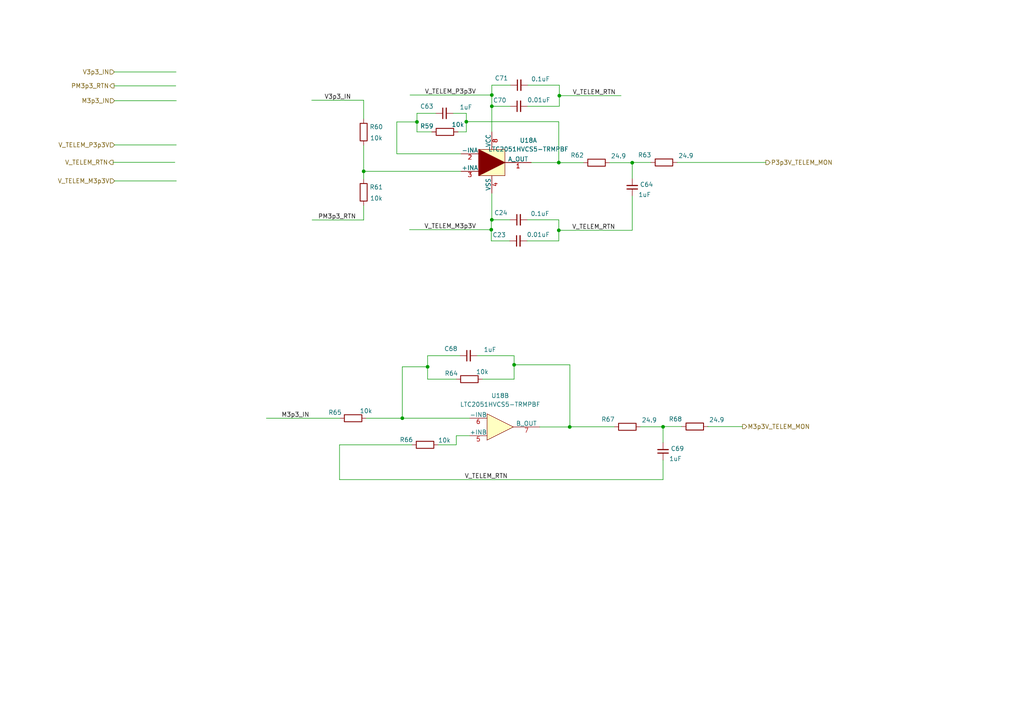
<source format=kicad_sch>
(kicad_sch
	(version 20250114)
	(generator "eeschema")
	(generator_version "9.0")
	(uuid "e1d5122e-0531-4670-880c-cf4ad0e91d2a")
	(paper "A4")
	(lib_symbols
		(symbol "Analog_Dev:LTC2051HVIMS8_PBF"
			(pin_names
				(offset 0)
			)
			(exclude_from_sim no)
			(in_bom yes)
			(on_board yes)
			(property "Reference" "U"
				(at 7.112 -2.032 0)
				(effects
					(font
						(size 1.27 1.27)
					)
				)
			)
			(property "Value" "LTC2051HV"
				(at 13.97 10.16 0)
				(effects
					(font
						(size 1.27 1.27)
					)
				)
			)
			(property "Footprint" ""
				(at 0 0 0)
				(effects
					(font
						(size 1.27 1.27)
					)
					(hide yes)
				)
			)
			(property "Datasheet" ""
				(at 0 0 0)
				(effects
					(font
						(size 1.27 1.27)
					)
					(hide yes)
				)
			)
			(property "Description" ""
				(at 0 0 0)
				(effects
					(font
						(size 1.27 1.27)
					)
					(hide yes)
				)
			)
			(property "ki_locked" ""
				(at 0 0 0)
				(effects
					(font
						(size 1.27 1.27)
					)
				)
			)
			(symbol "LTC2051HVIMS8_PBF_1_1"
				(rectangle
					(start 0 7.62)
					(end 7.62 0)
					(stroke
						(width 0)
						(type default)
					)
					(fill
						(type background)
					)
				)
				(polyline
					(pts
						(xy 0 0) (xy 0 7.62) (xy 7.62 3.81) (xy 0 0)
					)
					(stroke
						(width 0)
						(type default)
					)
					(fill
						(type outline)
					)
				)
				(pin input line
					(at -5.08 6.35 0)
					(length 5.08)
					(name "-INA"
						(effects
							(font
								(size 1.27 1.27)
							)
						)
					)
					(number "2"
						(effects
							(font
								(size 1.27 1.27)
							)
						)
					)
				)
				(pin input line
					(at -5.08 1.27 0)
					(length 5.08)
					(name "+INA"
						(effects
							(font
								(size 1.27 1.27)
							)
						)
					)
					(number "3"
						(effects
							(font
								(size 1.27 1.27)
							)
						)
					)
				)
				(pin power_in line
					(at 3.81 12.7 270)
					(length 5.08)
					(name "VCC"
						(effects
							(font
								(size 1.27 1.27)
							)
						)
					)
					(number "8"
						(effects
							(font
								(size 1.27 1.27)
							)
						)
					)
				)
				(pin power_in line
					(at 3.81 -5.08 90)
					(length 5.08)
					(name "VSS"
						(effects
							(font
								(size 1.27 1.27)
							)
						)
					)
					(number "4"
						(effects
							(font
								(size 1.27 1.27)
							)
						)
					)
				)
				(pin output line
					(at 15.24 3.81 180)
					(length 7.62)
					(name "A_OUT"
						(effects
							(font
								(size 1.27 1.27)
							)
						)
					)
					(number "1"
						(effects
							(font
								(size 1.27 1.27)
							)
						)
					)
				)
			)
			(symbol "LTC2051HVIMS8_PBF_2_1"
				(polyline
					(pts
						(xy 0 0) (xy 0 7.62) (xy 7.62 3.81) (xy 0 0)
					)
					(stroke
						(width 0)
						(type default)
					)
					(fill
						(type background)
					)
				)
				(pin input line
					(at -5.08 6.35 0)
					(length 5.08)
					(name "-INB"
						(effects
							(font
								(size 1.27 1.27)
							)
						)
					)
					(number "6"
						(effects
							(font
								(size 1.27 1.27)
							)
						)
					)
				)
				(pin input line
					(at -5.08 1.27 0)
					(length 5.08)
					(name "+INB"
						(effects
							(font
								(size 1.27 1.27)
							)
						)
					)
					(number "5"
						(effects
							(font
								(size 1.27 1.27)
							)
						)
					)
				)
				(pin output line
					(at 15.24 3.81 180)
					(length 7.62)
					(name "B_OUT"
						(effects
							(font
								(size 1.27 1.27)
							)
						)
					)
					(number "7"
						(effects
							(font
								(size 1.27 1.27)
							)
						)
					)
				)
			)
			(embedded_fonts no)
		)
		(symbol "Device:C_Small"
			(pin_numbers
				(hide yes)
			)
			(pin_names
				(offset 0.254)
				(hide yes)
			)
			(exclude_from_sim no)
			(in_bom yes)
			(on_board yes)
			(property "Reference" "C"
				(at 0.254 1.778 0)
				(effects
					(font
						(size 1.27 1.27)
					)
					(justify left)
				)
			)
			(property "Value" "C_Small"
				(at 0.254 -2.032 0)
				(effects
					(font
						(size 1.27 1.27)
					)
					(justify left)
				)
			)
			(property "Footprint" ""
				(at 0 0 0)
				(effects
					(font
						(size 1.27 1.27)
					)
					(hide yes)
				)
			)
			(property "Datasheet" "~"
				(at 0 0 0)
				(effects
					(font
						(size 1.27 1.27)
					)
					(hide yes)
				)
			)
			(property "Description" "Unpolarized capacitor, small symbol"
				(at 0 0 0)
				(effects
					(font
						(size 1.27 1.27)
					)
					(hide yes)
				)
			)
			(property "ki_keywords" "capacitor cap"
				(at 0 0 0)
				(effects
					(font
						(size 1.27 1.27)
					)
					(hide yes)
				)
			)
			(property "ki_fp_filters" "C_*"
				(at 0 0 0)
				(effects
					(font
						(size 1.27 1.27)
					)
					(hide yes)
				)
			)
			(symbol "C_Small_0_1"
				(polyline
					(pts
						(xy -1.524 0.508) (xy 1.524 0.508)
					)
					(stroke
						(width 0.3048)
						(type default)
					)
					(fill
						(type none)
					)
				)
				(polyline
					(pts
						(xy -1.524 -0.508) (xy 1.524 -0.508)
					)
					(stroke
						(width 0.3302)
						(type default)
					)
					(fill
						(type none)
					)
				)
			)
			(symbol "C_Small_1_1"
				(pin passive line
					(at 0 2.54 270)
					(length 2.032)
					(name "~"
						(effects
							(font
								(size 1.27 1.27)
							)
						)
					)
					(number "1"
						(effects
							(font
								(size 1.27 1.27)
							)
						)
					)
				)
				(pin passive line
					(at 0 -2.54 90)
					(length 2.032)
					(name "~"
						(effects
							(font
								(size 1.27 1.27)
							)
						)
					)
					(number "2"
						(effects
							(font
								(size 1.27 1.27)
							)
						)
					)
				)
			)
			(embedded_fonts no)
		)
		(symbol "Device:R"
			(pin_numbers
				(hide yes)
			)
			(pin_names
				(offset 0)
			)
			(exclude_from_sim no)
			(in_bom yes)
			(on_board yes)
			(property "Reference" "R"
				(at 2.032 0 90)
				(effects
					(font
						(size 1.27 1.27)
					)
				)
			)
			(property "Value" "R"
				(at 0 0 90)
				(effects
					(font
						(size 1.27 1.27)
					)
				)
			)
			(property "Footprint" ""
				(at -1.778 0 90)
				(effects
					(font
						(size 1.27 1.27)
					)
					(hide yes)
				)
			)
			(property "Datasheet" "~"
				(at 0 0 0)
				(effects
					(font
						(size 1.27 1.27)
					)
					(hide yes)
				)
			)
			(property "Description" "Resistor"
				(at 0 0 0)
				(effects
					(font
						(size 1.27 1.27)
					)
					(hide yes)
				)
			)
			(property "ki_keywords" "R res resistor"
				(at 0 0 0)
				(effects
					(font
						(size 1.27 1.27)
					)
					(hide yes)
				)
			)
			(property "ki_fp_filters" "R_*"
				(at 0 0 0)
				(effects
					(font
						(size 1.27 1.27)
					)
					(hide yes)
				)
			)
			(symbol "R_0_1"
				(rectangle
					(start -1.016 -2.54)
					(end 1.016 2.54)
					(stroke
						(width 0.254)
						(type default)
					)
					(fill
						(type none)
					)
				)
			)
			(symbol "R_1_1"
				(pin passive line
					(at 0 3.81 270)
					(length 1.27)
					(name "~"
						(effects
							(font
								(size 1.27 1.27)
							)
						)
					)
					(number "1"
						(effects
							(font
								(size 1.27 1.27)
							)
						)
					)
				)
				(pin passive line
					(at 0 -3.81 90)
					(length 1.27)
					(name "~"
						(effects
							(font
								(size 1.27 1.27)
							)
						)
					)
					(number "2"
						(effects
							(font
								(size 1.27 1.27)
							)
						)
					)
				)
			)
			(embedded_fonts no)
		)
		(symbol "LTC2051HVIMS8_PBF_1"
			(pin_names
				(offset 0)
			)
			(exclude_from_sim no)
			(in_bom yes)
			(on_board yes)
			(property "Reference" "U"
				(at 7.112 -2.032 0)
				(effects
					(font
						(size 1.27 1.27)
					)
				)
			)
			(property "Value" "LTC2051HVCS8#TRPBF"
				(at 13.97 10.16 0)
				(effects
					(font
						(size 1.27 1.27)
					)
				)
			)
			(property "Footprint" "Analog_Dev:R_8_ADI"
				(at 0 0 0)
				(effects
					(font
						(size 1.27 1.27)
					)
					(hide yes)
				)
			)
			(property "Datasheet" "https://www.analog.com/media/en/technical-documentation/data-sheets/20512fd.pdf"
				(at 0 0 0)
				(effects
					(font
						(size 1.27 1.27)
					)
					(hide yes)
				)
			)
			(property "Description" "IC OPAMP ZERO-DRIFT 2 CIRC 8SOIC"
				(at 0 0 0)
				(effects
					(font
						(size 1.27 1.27)
					)
					(hide yes)
				)
			)
			(property "Manufacturer" "Analog Devices Inc."
				(at 0 0 0)
				(effects
					(font
						(size 1.27 1.27)
					)
					(hide yes)
				)
			)
			(property "Man. Part Num" "LTC2051HVCS8#TRPBF"
				(at 0 0 0)
				(effects
					(font
						(size 1.27 1.27)
					)
					(hide yes)
				)
			)
			(property "Distributor" "Digi-Key"
				(at 0 0 0)
				(effects
					(font
						(size 1.27 1.27)
					)
					(hide yes)
				)
			)
			(property "Dist. Part Num" "LTC2051HVCS8#TRPBFCT-ND"
				(at 0 0 0)
				(effects
					(font
						(size 1.27 1.27)
					)
					(hide yes)
				)
			)
			(property "Part Type" "SMD"
				(at 0 0 0)
				(effects
					(font
						(size 1.27 1.27)
					)
					(hide yes)
				)
			)
			(property "Package" "8-SOIC"
				(at 0 0 0)
				(effects
					(font
						(size 1.27 1.27)
					)
					(hide yes)
				)
			)
			(property "Notes" ""
				(at 0 0 0)
				(effects
					(font
						(size 1.27 1.27)
					)
					(hide yes)
				)
			)
			(property "ki_locked" ""
				(at 0 0 0)
				(effects
					(font
						(size 1.27 1.27)
					)
				)
			)
			(symbol "LTC2051HVIMS8_PBF_1_1_1"
				(rectangle
					(start 0 7.62)
					(end 7.62 0)
					(stroke
						(width 0)
						(type default)
					)
					(fill
						(type background)
					)
				)
				(polyline
					(pts
						(xy 0 0) (xy 0 7.62) (xy 7.62 3.81) (xy 0 0)
					)
					(stroke
						(width 0)
						(type default)
					)
					(fill
						(type outline)
					)
				)
				(pin input line
					(at -5.08 6.35 0)
					(length 5.08)
					(name "-INA"
						(effects
							(font
								(size 1.27 1.27)
							)
						)
					)
					(number "2"
						(effects
							(font
								(size 1.27 1.27)
							)
						)
					)
				)
				(pin input line
					(at -5.08 1.27 0)
					(length 5.08)
					(name "+INA"
						(effects
							(font
								(size 1.27 1.27)
							)
						)
					)
					(number "3"
						(effects
							(font
								(size 1.27 1.27)
							)
						)
					)
				)
				(pin power_in line
					(at 3.81 12.7 270)
					(length 5.08)
					(name "VCC"
						(effects
							(font
								(size 1.27 1.27)
							)
						)
					)
					(number "8"
						(effects
							(font
								(size 1.27 1.27)
							)
						)
					)
				)
				(pin power_in line
					(at 3.81 -5.08 90)
					(length 5.08)
					(name "VSS"
						(effects
							(font
								(size 1.27 1.27)
							)
						)
					)
					(number "4"
						(effects
							(font
								(size 1.27 1.27)
							)
						)
					)
				)
				(pin output line
					(at 15.24 3.81 180)
					(length 7.62)
					(name "A_OUT"
						(effects
							(font
								(size 1.27 1.27)
							)
						)
					)
					(number "1"
						(effects
							(font
								(size 1.27 1.27)
							)
						)
					)
				)
			)
			(symbol "LTC2051HVIMS8_PBF_1_2_1"
				(polyline
					(pts
						(xy 0 0) (xy 0 7.62) (xy 7.62 3.81) (xy 0 0)
					)
					(stroke
						(width 0)
						(type default)
					)
					(fill
						(type background)
					)
				)
				(pin input line
					(at -5.08 6.35 0)
					(length 5.08)
					(name "-INB"
						(effects
							(font
								(size 1.27 1.27)
							)
						)
					)
					(number "6"
						(effects
							(font
								(size 1.27 1.27)
							)
						)
					)
				)
				(pin input line
					(at -5.08 1.27 0)
					(length 5.08)
					(name "+INB"
						(effects
							(font
								(size 1.27 1.27)
							)
						)
					)
					(number "5"
						(effects
							(font
								(size 1.27 1.27)
							)
						)
					)
				)
				(pin output line
					(at 15.24 3.81 180)
					(length 7.62)
					(name "B_OUT"
						(effects
							(font
								(size 1.27 1.27)
							)
						)
					)
					(number "7"
						(effects
							(font
								(size 1.27 1.27)
							)
						)
					)
				)
			)
			(embedded_fonts no)
		)
	)
	(junction
		(at 142.4909 66.6182)
		(diameter 0)
		(color 0 0 0 0)
		(uuid "0709dcb0-a0ce-4609-8d70-2cfc3ba2f5da")
	)
	(junction
		(at 162.2322 27.7515)
		(diameter 0)
		(color 0 0 0 0)
		(uuid "14451975-69a4-45e2-aaa3-a22e2d8e18e8")
	)
	(junction
		(at 124.0185 106.385)
		(diameter 0)
		(color 0 0 0 0)
		(uuid "155ee4d3-f101-4925-b2c7-7b1bda4b22c4")
	)
	(junction
		(at 135.2532 35.3001)
		(diameter 0)
		(color 0 0 0 0)
		(uuid "1fa99345-516c-4c28-82bd-f8542c005eec")
	)
	(junction
		(at 105.477 49.6902)
		(diameter 0)
		(color 0 0 0 0)
		(uuid "6fc7789b-d2f3-41fb-8f47-b8aa888883a0")
	)
	(junction
		(at 162.0652 47.1502)
		(diameter 0)
		(color 0 0 0 0)
		(uuid "77b835ad-d69a-4c60-8b2d-84bd2d828b06")
	)
	(junction
		(at 162.0765 66.802)
		(diameter 0)
		(color 0 0 0 0)
		(uuid "96daf710-a4d6-4150-b5c0-83253a2694b4")
	)
	(junction
		(at 192.312 123.7887)
		(diameter 0)
		(color 0 0 0 0)
		(uuid "995a5e3b-c64f-4bfb-8d34-c41e5c89488a")
	)
	(junction
		(at 142.6466 63.7502)
		(diameter 0)
		(color 0 0 0 0)
		(uuid "a4f3a5d6-88d7-4782-a6bf-7503f370070f")
	)
	(junction
		(at 120.9363 35.364)
		(diameter 0)
		(color 0 0 0 0)
		(uuid "b1a029e9-8620-4420-8692-7441299ba33c")
	)
	(junction
		(at 149.1129 105.8098)
		(diameter 0)
		(color 0 0 0 0)
		(uuid "bcb74b08-78bd-4429-a65a-0a661a454e05")
	)
	(junction
		(at 183.3753 47.1935)
		(diameter 0)
		(color 0 0 0 0)
		(uuid "be3d6d98-80cb-483b-9a39-96c9b770b693")
	)
	(junction
		(at 142.6466 30.8196)
		(diameter 0)
		(color 0 0 0 0)
		(uuid "be80b08d-ba61-43f4-8f19-5585e82781ea")
	)
	(junction
		(at 116.6843 121.2955)
		(diameter 0)
		(color 0 0 0 0)
		(uuid "c4a666c3-1aa5-48a5-b5bd-3cbfa0ee79a6")
	)
	(junction
		(at 165.2403 123.8355)
		(diameter 0)
		(color 0 0 0 0)
		(uuid "dd4f6c8f-199c-4182-afd4-17aaa0ead6ab")
	)
	(junction
		(at 142.6466 27.5677)
		(diameter 0)
		(color 0 0 0 0)
		(uuid "e4dfe527-afd1-494a-bfb8-9fe94bce343d")
	)
	(wire
		(pts
			(xy 33.1635 20.8754) (xy 51.0675 20.8754)
		)
		(stroke
			(width 0)
			(type default)
		)
		(uuid "00ab02a2-1b01-4ce7-9ad3-40b23d663785")
	)
	(wire
		(pts
			(xy 118.919 27.5677) (xy 142.6466 27.5677)
		)
		(stroke
			(width 0)
			(type default)
		)
		(uuid "020396bb-92c2-4305-a87d-8f6745f46f29")
	)
	(wire
		(pts
			(xy 132.3413 129.0167) (xy 127.0914 129.0167)
		)
		(stroke
			(width 0)
			(type default)
		)
		(uuid "027a8de9-3d22-43ea-bd22-a7d75f67bde6")
	)
	(wire
		(pts
			(xy 149.1129 109.9712) (xy 139.9532 109.9712)
		)
		(stroke
			(width 0)
			(type default)
		)
		(uuid "094ab0aa-4d94-4a6f-a22e-44cc619ed905")
	)
	(wire
		(pts
			(xy 165.2912 123.8355) (xy 165.2912 105.8098)
		)
		(stroke
			(width 0)
			(type default)
		)
		(uuid "0d0a1cec-0763-4c9e-a367-783eff360bd2")
	)
	(wire
		(pts
			(xy 178.1479 123.7887) (xy 165.2403 123.7887)
		)
		(stroke
			(width 0)
			(type default)
		)
		(uuid "115e1889-95f3-4cd3-87d5-f6139299008b")
	)
	(wire
		(pts
			(xy 105.477 59.5946) (xy 105.477 63.8019)
		)
		(stroke
			(width 0)
			(type default)
		)
		(uuid "1254a7d5-2b1b-4971-ac5f-ccf95f234a28")
	)
	(wire
		(pts
			(xy 196.389 47.1216) (xy 222.1221 47.1216)
		)
		(stroke
			(width 0)
			(type default)
		)
		(uuid "1264932e-308f-47ac-a563-c2c572c949c2")
	)
	(wire
		(pts
			(xy 118.7633 66.6182) (xy 142.4909 66.6182)
		)
		(stroke
			(width 0)
			(type default)
		)
		(uuid "129bb2bd-01bf-4d09-aece-aa9d2e15ce62")
	)
	(wire
		(pts
			(xy 162.2322 30.8196) (xy 153.0285 30.8196)
		)
		(stroke
			(width 0)
			(type default)
		)
		(uuid "16fdb78c-9787-43e7-8bb6-ec647fcc662e")
	)
	(wire
		(pts
			(xy 116.6843 121.305) (xy 116.6843 121.2955)
		)
		(stroke
			(width 0)
			(type default)
		)
		(uuid "174412e1-792a-45c2-8ff5-87779f32606a")
	)
	(wire
		(pts
			(xy 124.0185 103.1763) (xy 124.0185 106.385)
		)
		(stroke
			(width 0)
			(type default)
		)
		(uuid "1bc5d80a-d056-4c96-8805-34dc9766140f")
	)
	(wire
		(pts
			(xy 149.1129 105.8098) (xy 149.1129 109.9712)
		)
		(stroke
			(width 0)
			(type default)
		)
		(uuid "241d16f0-3f1e-42dd-a32c-0b53dce38264")
	)
	(wire
		(pts
			(xy 152.9555 63.7502) (xy 162.0765 63.7502)
		)
		(stroke
			(width 0)
			(type default)
		)
		(uuid "2627597d-beb0-4106-a06a-3a72cbd0d0ed")
	)
	(wire
		(pts
			(xy 120.9363 32.8714) (xy 120.9363 35.364)
		)
		(stroke
			(width 0)
			(type default)
		)
		(uuid "2d51b2bb-83b9-4519-8e7b-300e365ccc8e")
	)
	(wire
		(pts
			(xy 156.5034 123.8355) (xy 165.2403 123.8355)
		)
		(stroke
			(width 0)
			(type default)
		)
		(uuid "2e2e7682-39fb-4efd-8dd2-cc5547203c0b")
	)
	(wire
		(pts
			(xy 153.1112 24.6997) (xy 162.2322 24.6997)
		)
		(stroke
			(width 0)
			(type default)
		)
		(uuid "2e962171-9685-4e1f-b2b6-6763a05c935d")
	)
	(wire
		(pts
			(xy 162.0765 69.8701) (xy 152.8728 69.8701)
		)
		(stroke
			(width 0)
			(type default)
		)
		(uuid "2f0f7f44-c2a9-455e-b784-ced33961e34d")
	)
	(wire
		(pts
			(xy 126.3856 32.8714) (xy 120.9363 32.8714)
		)
		(stroke
			(width 0)
			(type default)
		)
		(uuid "3158e176-114e-4a10-9196-626371d67f3d")
	)
	(wire
		(pts
			(xy 136.1834 126.3755) (xy 132.3413 126.3755)
		)
		(stroke
			(width 0)
			(type default)
		)
		(uuid "349fb432-0027-4fc4-9ea3-ed7048eb4162")
	)
	(wire
		(pts
			(xy 142.6466 24.6997) (xy 148.0312 24.6997)
		)
		(stroke
			(width 0)
			(type default)
		)
		(uuid "36c9b211-af2c-4678-b64e-543155442c2e")
	)
	(wire
		(pts
			(xy 149.1129 103.1763) (xy 149.1129 105.8098)
		)
		(stroke
			(width 0)
			(type default)
		)
		(uuid "37965fd1-0e4f-40d7-8f28-5a40d3a3938f")
	)
	(wire
		(pts
			(xy 147.9485 30.8196) (xy 142.6466 30.8196)
		)
		(stroke
			(width 0)
			(type default)
		)
		(uuid "3a759980-2f3a-48fd-9dc7-0cc9dd360484")
	)
	(wire
		(pts
			(xy 192.312 123.7168) (xy 192.312 123.7887)
		)
		(stroke
			(width 0)
			(type default)
		)
		(uuid "3ae25e94-d993-42ab-bbf0-397c6942c4c9")
	)
	(wire
		(pts
			(xy 106.2214 121.305) (xy 116.6843 121.305)
		)
		(stroke
			(width 0)
			(type default)
		)
		(uuid "3fa3b882-081b-450f-bac8-4effbfb10495")
	)
	(wire
		(pts
			(xy 142.6466 56.0402) (xy 142.6466 63.7502)
		)
		(stroke
			(width 0)
			(type default)
		)
		(uuid "44b6081f-9923-4ee8-baa0-78f76afe3c99")
	)
	(wire
		(pts
			(xy 147.7928 69.8701) (xy 142.4909 69.8701)
		)
		(stroke
			(width 0)
			(type default)
		)
		(uuid "48c18a15-38ec-4172-b851-82b54252a35c")
	)
	(wire
		(pts
			(xy 192.312 123.7887) (xy 192.312 128.3671)
		)
		(stroke
			(width 0)
			(type default)
		)
		(uuid "49bc8f8b-1581-447c-8513-c33a370fefcc")
	)
	(wire
		(pts
			(xy 133.7566 44.6102) (xy 115.0882 44.6102)
		)
		(stroke
			(width 0)
			(type default)
		)
		(uuid "4e3f1bfa-90b7-476a-90a6-5158eae41d13")
	)
	(wire
		(pts
			(xy 142.4909 63.7502) (xy 142.6466 63.7502)
		)
		(stroke
			(width 0)
			(type default)
		)
		(uuid "4f61b80a-170b-4109-84fc-cd0018f9e9d8")
	)
	(wire
		(pts
			(xy 165.2912 105.8098) (xy 149.1129 105.8098)
		)
		(stroke
			(width 0)
			(type default)
		)
		(uuid "52bd93f3-f55c-48c6-b5e7-cc549802e484")
	)
	(wire
		(pts
			(xy 185.7679 123.7887) (xy 192.312 123.7887)
		)
		(stroke
			(width 0)
			(type default)
		)
		(uuid "5601f5ba-cfd6-4788-8655-7dc1be1c46b6")
	)
	(wire
		(pts
			(xy 33.0916 24.902) (xy 50.9956 24.902)
		)
		(stroke
			(width 0)
			(type default)
		)
		(uuid "58450df5-f06a-426d-8df1-4e1204fd4aac")
	)
	(wire
		(pts
			(xy 183.3753 56.8519) (xy 183.3753 66.802)
		)
		(stroke
			(width 0)
			(type default)
		)
		(uuid "5889a356-fe0e-4594-bccc-2c5419075a05")
	)
	(wire
		(pts
			(xy 162.2322 27.7515) (xy 162.2322 30.8196)
		)
		(stroke
			(width 0)
			(type default)
		)
		(uuid "59d8993e-15cf-4779-81da-739c20fbb2e2")
	)
	(wire
		(pts
			(xy 142.6466 27.5677) (xy 142.6466 30.8196)
		)
		(stroke
			(width 0)
			(type default)
		)
		(uuid "5d44099a-d7b6-4cb1-ba2d-9c0e93adc4a9")
	)
	(wire
		(pts
			(xy 120.9363 35.364) (xy 120.9363 38.2522)
		)
		(stroke
			(width 0)
			(type default)
		)
		(uuid "5e1a96f4-27f3-40ab-92e8-b84f64f49a0e")
	)
	(wire
		(pts
			(xy 165.2403 123.8355) (xy 165.2912 123.8355)
		)
		(stroke
			(width 0)
			(type default)
		)
		(uuid "67210907-6a1b-478e-8a0e-58227a096896")
	)
	(wire
		(pts
			(xy 135.2532 38.2522) (xy 132.8555 38.2522)
		)
		(stroke
			(width 0)
			(type default)
		)
		(uuid "710b347a-79ec-4311-8d4f-a09e55b4800d")
	)
	(wire
		(pts
			(xy 132.3413 126.3755) (xy 132.3413 129.0167)
		)
		(stroke
			(width 0)
			(type default)
		)
		(uuid "7381a544-63f2-46c4-a7be-fd86155b3cfc")
	)
	(wire
		(pts
			(xy 120.9363 38.2522) (xy 125.2355 38.2522)
		)
		(stroke
			(width 0)
			(type default)
		)
		(uuid "73f7c780-90d6-401a-b54a-c9bcaafd5b6c")
	)
	(wire
		(pts
			(xy 205.3257 123.7288) (xy 205.3257 123.7168)
		)
		(stroke
			(width 0)
			(type default)
		)
		(uuid "75da00c2-c66a-496e-96b1-a226b5009c63")
	)
	(wire
		(pts
			(xy 33.2311 42.0402) (xy 51.1351 42.0402)
		)
		(stroke
			(width 0)
			(type default)
		)
		(uuid "83ae5f19-0241-4878-a12c-92c196cbd2e6")
	)
	(wire
		(pts
			(xy 162.0652 47.1502) (xy 154.0766 47.1502)
		)
		(stroke
			(width 0)
			(type default)
		)
		(uuid "83bc4bc6-7e23-4772-b5f9-1edc21e38d64")
	)
	(wire
		(pts
			(xy 115.0882 35.364) (xy 120.9363 35.364)
		)
		(stroke
			(width 0)
			(type default)
		)
		(uuid "85628c5a-5c50-4c1a-b6cd-b42028f48e6f")
	)
	(wire
		(pts
			(xy 90.4132 29.0724) (xy 105.477 29.0724)
		)
		(stroke
			(width 0)
			(type default)
		)
		(uuid "8694f133-22ec-4fe5-8bbd-ee7daaa34ad4")
	)
	(wire
		(pts
			(xy 142.6466 63.7502) (xy 147.8755 63.7502)
		)
		(stroke
			(width 0)
			(type default)
		)
		(uuid "87af672d-92d7-4b8f-9d95-23a66ceea78b")
	)
	(wire
		(pts
			(xy 90.521 63.8019) (xy 105.477 63.8019)
		)
		(stroke
			(width 0)
			(type default)
		)
		(uuid "8c0c5e3a-de42-4642-a1c9-c91d0a1a5e42")
	)
	(wire
		(pts
			(xy 162.0765 63.7502) (xy 162.0765 66.802)
		)
		(stroke
			(width 0)
			(type default)
		)
		(uuid "8f93583f-b303-4310-9486-909d285bc312")
	)
	(wire
		(pts
			(xy 197.7057 123.7168) (xy 192.312 123.7168)
		)
		(stroke
			(width 0)
			(type default)
		)
		(uuid "8fa17e42-3784-4275-aaa1-a0890d8cb954")
	)
	(wire
		(pts
			(xy 169.2112 47.1935) (xy 162.0652 47.1935)
		)
		(stroke
			(width 0)
			(type default)
		)
		(uuid "95daf8d4-8c6f-492f-b4a2-93faa2a4307b")
	)
	(wire
		(pts
			(xy 215.3571 123.7288) (xy 205.3257 123.7288)
		)
		(stroke
			(width 0)
			(type default)
		)
		(uuid "96b96a04-82b4-476d-89ad-84f2fc7b882f")
	)
	(wire
		(pts
			(xy 133.3605 103.1763) (xy 124.0185 103.1763)
		)
		(stroke
			(width 0)
			(type default)
		)
		(uuid "98eeecc1-e89e-4e8f-bd32-b52b5164c8e2")
	)
	(wire
		(pts
			(xy 124.0185 109.9712) (xy 132.3332 109.9712)
		)
		(stroke
			(width 0)
			(type default)
		)
		(uuid "99d56b20-69e2-4a90-b0ed-56f2c46bfd3c")
	)
	(wire
		(pts
			(xy 135.2532 32.8714) (xy 135.2532 35.3001)
		)
		(stroke
			(width 0)
			(type default)
		)
		(uuid "9a510228-ebba-4312-855f-6128ad016b8c")
	)
	(wire
		(pts
			(xy 162.2322 24.6997) (xy 162.2322 27.7515)
		)
		(stroke
			(width 0)
			(type default)
		)
		(uuid "9a8134e9-e08a-42c8-aa09-e1b29441ebef")
	)
	(wire
		(pts
			(xy 98.6014 121.305) (xy 77.2571 121.305)
		)
		(stroke
			(width 0)
			(type default)
		)
		(uuid "9ae51def-a1ba-45df-b9f0-b774061427cc")
	)
	(wire
		(pts
			(xy 33.2354 29.2162) (xy 51.1394 29.2162)
		)
		(stroke
			(width 0)
			(type default)
		)
		(uuid "9b5295db-aefb-4e6c-90c5-b1e5566dc0e4")
	)
	(wire
		(pts
			(xy 162.2322 27.7515) (xy 180.1362 27.7515)
		)
		(stroke
			(width 0)
			(type default)
		)
		(uuid "a26cbb26-7c93-404d-b8a4-9c9314306be2")
	)
	(wire
		(pts
			(xy 135.2532 35.3001) (xy 135.2532 38.2522)
		)
		(stroke
			(width 0)
			(type default)
		)
		(uuid "ab0fcc68-d2bf-4b8f-b51d-ececdb10ae1a")
	)
	(wire
		(pts
			(xy 124.0185 106.385) (xy 124.0185 109.9712)
		)
		(stroke
			(width 0)
			(type default)
		)
		(uuid "afe21d6a-96ee-4044-b058-e28f47bd1baf")
	)
	(wire
		(pts
			(xy 142.6466 24.6997) (xy 142.6466 27.5677)
		)
		(stroke
			(width 0)
			(type default)
		)
		(uuid "b026c32a-e763-462a-8a8c-37a9db66f237")
	)
	(wire
		(pts
			(xy 142.4909 66.6182) (xy 142.4909 69.8701)
		)
		(stroke
			(width 0)
			(type default)
		)
		(uuid "b215ebc0-ce8c-4380-a85c-fa117151f553")
	)
	(wire
		(pts
			(xy 142.6466 30.8196) (xy 142.6466 38.2602)
		)
		(stroke
			(width 0)
			(type default)
		)
		(uuid "b306cab8-8632-4dc7-b89f-d278793080ef")
	)
	(wire
		(pts
			(xy 162.0765 66.802) (xy 183.3753 66.802)
		)
		(stroke
			(width 0)
			(type default)
		)
		(uuid "b4b180bf-9256-47ce-a873-b57e2484abbb")
	)
	(wire
		(pts
			(xy 142.4909 63.7502) (xy 142.4909 66.6182)
		)
		(stroke
			(width 0)
			(type default)
		)
		(uuid "b94234d9-c55b-40c5-8009-54f39bf06ac6")
	)
	(wire
		(pts
			(xy 162.0652 35.3001) (xy 162.0652 47.1502)
		)
		(stroke
			(width 0)
			(type default)
		)
		(uuid "bca03bbf-47ec-4e64-9205-8aa3e4d6b1a6")
	)
	(wire
		(pts
			(xy 188.769 47.1216) (xy 183.3753 47.1216)
		)
		(stroke
			(width 0)
			(type default)
		)
		(uuid "c0955720-2838-4183-a9f0-596c8c36b008")
	)
	(wire
		(pts
			(xy 33.2491 52.4778) (xy 51.1531 52.4778)
		)
		(stroke
			(width 0)
			(type default)
		)
		(uuid "c0ab7ed9-8592-4ce6-97c2-e725009b50ca")
	)
	(wire
		(pts
			(xy 98.4777 129.0167) (xy 119.4714 129.0167)
		)
		(stroke
			(width 0)
			(type default)
		)
		(uuid "c4196756-6054-4cba-849c-2100c80162f8")
	)
	(wire
		(pts
			(xy 105.477 49.6902) (xy 105.477 51.9746)
		)
		(stroke
			(width 0)
			(type default)
		)
		(uuid "c66b3bfd-ce87-40b4-a6c5-f308c7494fe5")
	)
	(wire
		(pts
			(xy 131.4656 32.8714) (xy 135.2532 32.8714)
		)
		(stroke
			(width 0)
			(type default)
		)
		(uuid "cb555ea1-d307-43c5-9551-caa6879a591c")
	)
	(wire
		(pts
			(xy 192.312 133.4471) (xy 192.312 139.1042)
		)
		(stroke
			(width 0)
			(type default)
		)
		(uuid "cca2abab-c556-4383-b8ba-f9fb344129e2")
	)
	(wire
		(pts
			(xy 116.6843 106.385) (xy 116.6843 121.2955)
		)
		(stroke
			(width 0)
			(type default)
		)
		(uuid "d201c51b-bdc6-4af0-a554-fe2d6d912adf")
	)
	(wire
		(pts
			(xy 116.6843 106.385) (xy 124.0185 106.385)
		)
		(stroke
			(width 0)
			(type default)
		)
		(uuid "d4fcd2b1-ee0a-4905-a00a-cc54426195e6")
	)
	(wire
		(pts
			(xy 116.6843 121.2955) (xy 136.1834 121.2955)
		)
		(stroke
			(width 0)
			(type default)
		)
		(uuid "d4fe793e-b414-45cb-a1e5-999ed4edabe3")
	)
	(wire
		(pts
			(xy 105.477 42.122) (xy 105.477 49.6902)
		)
		(stroke
			(width 0)
			(type default)
		)
		(uuid "d78a0f49-40bc-4287-8dcf-0ae4a5d97d9b")
	)
	(wire
		(pts
			(xy 105.477 34.502) (xy 105.477 29.0724)
		)
		(stroke
			(width 0)
			(type default)
		)
		(uuid "d84e9d33-14fa-435a-8edb-4895a2f2672f")
	)
	(wire
		(pts
			(xy 115.0882 44.6102) (xy 115.0882 35.364)
		)
		(stroke
			(width 0)
			(type default)
		)
		(uuid "d8ec96de-416f-4cc0-a426-a5e69b3a652e")
	)
	(wire
		(pts
			(xy 98.4777 139.1042) (xy 192.312 139.1042)
		)
		(stroke
			(width 0)
			(type default)
		)
		(uuid "ddd7413d-450e-4094-a959-2dfccea06bf0")
	)
	(wire
		(pts
			(xy 138.4405 103.1763) (xy 149.1129 103.1763)
		)
		(stroke
			(width 0)
			(type default)
		)
		(uuid "e1386359-df21-452c-87a1-2f7dbb476478")
	)
	(wire
		(pts
			(xy 176.8312 47.1935) (xy 183.3753 47.1935)
		)
		(stroke
			(width 0)
			(type default)
		)
		(uuid "e6966d87-4561-4bbf-9db9-0d75e9f73486")
	)
	(wire
		(pts
			(xy 183.3753 47.1216) (xy 183.3753 47.1935)
		)
		(stroke
			(width 0)
			(type default)
		)
		(uuid "e9920734-cf40-4dfb-9e30-1c62a26fee4c")
	)
	(wire
		(pts
			(xy 98.4777 139.1042) (xy 98.4777 129.0167)
		)
		(stroke
			(width 0)
			(type default)
		)
		(uuid "ec703bb5-dfd2-4e26-af15-cfdbc595e1dd")
	)
	(wire
		(pts
			(xy 165.2403 123.7887) (xy 165.2403 123.8355)
		)
		(stroke
			(width 0)
			(type default)
		)
		(uuid "f0c0bad9-98fb-4ffd-90cf-171016effcff")
	)
	(wire
		(pts
			(xy 133.7566 49.6902) (xy 105.477 49.6902)
		)
		(stroke
			(width 0)
			(type default)
		)
		(uuid "f4f9f05e-fca6-4dec-9cf8-5ea14b7d4000")
	)
	(wire
		(pts
			(xy 162.0652 47.1935) (xy 162.0652 47.1502)
		)
		(stroke
			(width 0)
			(type default)
		)
		(uuid "f64ce430-2ab1-450b-90a8-1d4bdd9322c0")
	)
	(wire
		(pts
			(xy 135.2532 35.3001) (xy 162.0652 35.3001)
		)
		(stroke
			(width 0)
			(type default)
		)
		(uuid "f8ec6e3e-349a-4b71-919d-726c9d7608d1")
	)
	(wire
		(pts
			(xy 32.8176 47.085) (xy 50.7216 47.085)
		)
		(stroke
			(width 0)
			(type default)
		)
		(uuid "fd33d27a-2913-476a-bc83-0f0311fde169")
	)
	(wire
		(pts
			(xy 162.0765 66.802) (xy 162.0765 69.8701)
		)
		(stroke
			(width 0)
			(type default)
		)
		(uuid "fe1d9bc7-dd7b-419d-89db-00abd22b91d7")
	)
	(wire
		(pts
			(xy 183.3753 47.1935) (xy 183.3753 51.7719)
		)
		(stroke
			(width 0)
			(type default)
		)
		(uuid "ff3bd9a1-f75a-448b-b14f-8810ef3421f1")
	)
	(label "PM3p3_RTN"
		(at 92.2467 63.8019 0)
		(effects
			(font
				(size 1.27 1.27)
			)
			(justify left bottom)
		)
		(uuid "040e63dc-cce4-4caa-ba49-7328854249cd")
	)
	(label "M3p3_IN"
		(at 81.6252 121.305 0)
		(effects
			(font
				(size 1.27 1.27)
			)
			(justify left bottom)
		)
		(uuid "09dfb76f-25e8-4790-8033-49a4311cb156")
	)
	(label "V_TELEM_M3p3V"
		(at 123.0296 66.6182 0)
		(effects
			(font
				(size 1.27 1.27)
			)
			(justify left bottom)
		)
		(uuid "5c888e1c-4cce-465f-8d62-85aa9356cc74")
	)
	(label "V_TELEM_RTN"
		(at 134.7411 139.1042 0)
		(effects
			(font
				(size 1.27 1.27)
			)
			(justify left bottom)
		)
		(uuid "6c74658a-1a5d-4339-9bef-9ede7ca9717e")
	)
	(label "V3p3_IN"
		(at 94.0803 29.0724 0)
		(effects
			(font
				(size 1.27 1.27)
			)
			(justify left bottom)
		)
		(uuid "a0cc9807-795c-4b5d-8cb6-925cb571dd91")
	)
	(label "V_TELEM_P3p3V"
		(at 123.1853 27.5677 0)
		(effects
			(font
				(size 1.27 1.27)
			)
			(justify left bottom)
		)
		(uuid "c8565f7c-e7e8-44ca-a58d-e4ecd28fd528")
	)
	(label "V_TELEM_RTN"
		(at 166.0605 27.7515 0)
		(effects
			(font
				(size 1.27 1.27)
			)
			(justify left bottom)
		)
		(uuid "ca9ce624-e268-4651-a9bd-9e7e5ac872ff")
	)
	(label "V_TELEM_RTN"
		(at 165.9048 66.802 0)
		(effects
			(font
				(size 1.27 1.27)
			)
			(justify left bottom)
		)
		(uuid "e20f1fc4-aee2-4c88-8a3c-b62568f6ad81")
	)
	(hierarchical_label "M3p3V_TELEM_MON"
		(shape output)
		(at 215.3571 123.7288 0)
		(effects
			(font
				(size 1.27 1.27)
			)
			(justify left)
		)
		(uuid "4e9a5d15-96e5-4480-ae2f-f3e60b5f390e")
	)
	(hierarchical_label "P3p3V_TELEM_MON"
		(shape output)
		(at 222.1221 47.1216 0)
		(effects
			(font
				(size 1.27 1.27)
			)
			(justify left)
		)
		(uuid "59128a06-8ded-475a-b282-de13d3b7c0cd")
	)
	(hierarchical_label "V3p3_IN"
		(shape input)
		(at 33.1635 20.8754 180)
		(effects
			(font
				(size 1.27 1.27)
			)
			(justify right)
		)
		(uuid "77e5697d-7ce2-4a9d-b21a-0f255da631f8")
	)
	(hierarchical_label "V_TELEM_P3p3V"
		(shape input)
		(at 33.2311 42.0402 180)
		(effects
			(font
				(size 1.27 1.27)
			)
			(justify right)
		)
		(uuid "87563ab2-5681-4c2d-bf00-9308b8112464")
	)
	(hierarchical_label "PM3p3_RTN"
		(shape output)
		(at 33.0916 24.902 180)
		(effects
			(font
				(size 1.27 1.27)
			)
			(justify right)
		)
		(uuid "b02280db-aefa-4599-bfca-39f9730d6d70")
	)
	(hierarchical_label "V_TELEM_RTN"
		(shape output)
		(at 32.8176 47.085 180)
		(effects
			(font
				(size 1.27 1.27)
			)
			(justify right)
		)
		(uuid "b81e6be2-34f5-43b0-b625-dcdcc1dbd125")
	)
	(hierarchical_label "M3p3_IN"
		(shape input)
		(at 33.2354 29.2162 180)
		(effects
			(font
				(size 1.27 1.27)
			)
			(justify right)
		)
		(uuid "eb80d107-8929-4f5c-b6dc-ca8cbb02179f")
	)
	(hierarchical_label "V_TELEM_M3p3V"
		(shape input)
		(at 33.2491 52.4778 180)
		(effects
			(font
				(size 1.27 1.27)
			)
			(justify right)
		)
		(uuid "ef80e70f-b28d-423a-8d38-39cdc2bca651")
	)
	(symbol
		(lib_id "Device:C_Small")
		(at 135.9005 103.1763 90)
		(unit 1)
		(exclude_from_sim no)
		(in_bom yes)
		(on_board yes)
		(dnp no)
		(uuid "00466fd2-38c8-4bdc-8ce2-0106388b2bbf")
		(property "Reference" "C68"
			(at 130.7729 101.1501 90)
			(effects
				(font
					(size 1.27 1.27)
				)
			)
		)
		(property "Value" "1uF"
			(at 142.1032 101.3983 90)
			(effects
				(font
					(size 1.27 1.27)
				)
			)
		)
		(property "Footprint" "Capacitor_SMD:C_0402_1005Metric"
			(at 135.9005 103.1763 0)
			(effects
				(font
					(size 1.27 1.27)
				)
				(hide yes)
			)
		)
		(property "Datasheet" "~"
			(at 135.9005 103.1763 0)
			(effects
				(font
					(size 1.27 1.27)
				)
				(hide yes)
			)
		)
		(property "Description" "1 µF ±10% 25V Ceramic Capacitor X5R 0402 (1005 Metric)"
			(at 135.9005 103.1763 0)
			(effects
				(font
					(size 1.27 1.27)
				)
				(hide yes)
			)
		)
		(property "Dist. Part Num" "1276-1445-1-ND"
			(at 135.9005 103.1763 0)
			(effects
				(font
					(size 1.27 1.27)
				)
				(hide yes)
			)
		)
		(property "Distributor" "Digi-Key"
			(at 135.9005 103.1763 0)
			(effects
				(font
					(size 1.27 1.27)
				)
				(hide yes)
			)
		)
		(property "Man. Part Num" "CL05A105KA5NQNC"
			(at 135.9005 103.1763 0)
			(effects
				(font
					(size 1.27 1.27)
				)
				(hide yes)
			)
		)
		(property "Manufacturer" "Samsung Electro-Mechanics"
			(at 135.9005 103.1763 0)
			(effects
				(font
					(size 1.27 1.27)
				)
				(hide yes)
			)
		)
		(property "Package" "0402 (1005 Metric)"
			(at 135.9005 103.1763 0)
			(effects
				(font
					(size 1.27 1.27)
				)
				(hide yes)
			)
		)
		(property "Part Type" "SMD"
			(at 135.9005 103.1763 0)
			(effects
				(font
					(size 1.27 1.27)
				)
				(hide yes)
			)
		)
		(pin "2"
			(uuid "9d6f0ab4-187a-499b-8ad3-fdb642ef2232")
		)
		(pin "1"
			(uuid "296534a8-c9eb-4d4b-a69d-bb762c43a192")
		)
		(instances
			(project "TPC_Warm_Shaper"
				(path "/38bcebbd-10a1-47e0-b943-f959cfcb45e4/95c5cc52-e408-4e51-99e2-5e344727e9d8/b487083a-568a-4e11-b4ff-df7ed579a43f"
					(reference "C68")
					(unit 1)
				)
			)
		)
	)
	(symbol
		(lib_id "Device:R")
		(at 201.5157 123.7168 270)
		(unit 1)
		(exclude_from_sim no)
		(in_bom yes)
		(on_board yes)
		(dnp no)
		(uuid "038b5fe8-5fc2-4332-bb9d-dc8d9c5674a5")
		(property "Reference" "R68"
			(at 195.9072 121.5597 90)
			(effects
				(font
					(size 1.27 1.27)
				)
			)
		)
		(property "Value" "24.9"
			(at 207.8792 121.7754 90)
			(effects
				(font
					(size 1.27 1.27)
				)
			)
		)
		(property "Footprint" "Resistor_SMD:R_0603_1608Metric"
			(at 201.5157 121.9388 90)
			(effects
				(font
					(size 1.27 1.27)
				)
				(hide yes)
			)
		)
		(property "Datasheet" "~"
			(at 201.5157 123.7168 0)
			(effects
				(font
					(size 1.27 1.27)
				)
				(hide yes)
			)
		)
		(property "Description" "24.9 Ohms ±1% 0.1W, 1/10W Chip Resistor 0603 (1608 Metric) Thin Film"
			(at 201.5157 123.7168 0)
			(effects
				(font
					(size 1.27 1.27)
				)
				(hide yes)
			)
		)
		(property "Distributor" "Digi-Key"
			(at 201.5157 123.7168 0)
			(effects
				(font
					(size 1.27 1.27)
				)
				(hide yes)
			)
		)
		(property "Package" "0603 (1608 Metric)"
			(at 201.5157 123.7168 0)
			(effects
				(font
					(size 1.27 1.27)
				)
				(hide yes)
			)
		)
		(property "Part Type" "SMD"
			(at 201.5157 123.7168 0)
			(effects
				(font
					(size 1.27 1.27)
				)
				(hide yes)
			)
		)
		(property "Dist. Part Num" "13-RT0603FRE0724R9LCT-ND"
			(at 201.5157 123.7168 0)
			(effects
				(font
					(size 1.27 1.27)
				)
				(hide yes)
			)
		)
		(property "Man. Part Num" "RT0603FRE0724R9L"
			(at 201.5157 123.7168 0)
			(effects
				(font
					(size 1.27 1.27)
				)
				(hide yes)
			)
		)
		(property "Manufacturer" "YAGEO"
			(at 201.5157 123.7168 0)
			(effects
				(font
					(size 1.27 1.27)
				)
				(hide yes)
			)
		)
		(pin "1"
			(uuid "75791fd7-4298-4fb2-afa5-af44720abc46")
		)
		(pin "2"
			(uuid "70b1b5ec-f42d-4505-8809-7ad98098a15a")
		)
		(instances
			(project "TPC_Warm_Shaper"
				(path "/38bcebbd-10a1-47e0-b943-f959cfcb45e4/95c5cc52-e408-4e51-99e2-5e344727e9d8/b487083a-568a-4e11-b4ff-df7ed579a43f"
					(reference "R68")
					(unit 1)
				)
			)
		)
	)
	(symbol
		(lib_id "Device:R")
		(at 105.477 55.7846 180)
		(unit 1)
		(exclude_from_sim no)
		(in_bom yes)
		(on_board yes)
		(dnp no)
		(uuid "1b1e9484-d0d8-4d07-b8e3-af4b7623090a")
		(property "Reference" "R61"
			(at 109.1441 54.2747 0)
			(effects
				(font
					(size 1.27 1.27)
				)
			)
		)
		(property "Value" "10k"
			(at 109.1441 57.5103 0)
			(effects
				(font
					(size 1.27 1.27)
				)
			)
		)
		(property "Footprint" "Resistor_SMD:R_0603_1608Metric"
			(at 107.255 55.7846 90)
			(effects
				(font
					(size 1.27 1.27)
				)
				(hide yes)
			)
		)
		(property "Datasheet" "~"
			(at 105.477 55.7846 0)
			(effects
				(font
					(size 1.27 1.27)
				)
				(hide yes)
			)
		)
		(property "Description" "10 kOhms ±1% 0.125W, 1/8W Chip Resistor 0603 (1608 Metric) Anti-Sulfur Thin Film"
			(at 105.477 55.7846 0)
			(effects
				(font
					(size 1.27 1.27)
				)
				(hide yes)
			)
		)
		(property "Distributor" "Digi-Key"
			(at 105.477 55.7846 0)
			(effects
				(font
					(size 1.27 1.27)
				)
				(hide yes)
			)
		)
		(property "Package" "0603 (1608 Metric)"
			(at 105.477 55.7846 0)
			(effects
				(font
					(size 1.27 1.27)
				)
				(hide yes)
			)
		)
		(property "Part Type" "SMD"
			(at 105.477 55.7846 0)
			(effects
				(font
					(size 1.27 1.27)
				)
				(hide yes)
			)
		)
		(property "Dist. Part Num" "RNCP0603FTD10K0CT-ND"
			(at 105.477 55.7846 0)
			(effects
				(font
					(size 1.27 1.27)
				)
				(hide yes)
			)
		)
		(property "Man. Part Num" "RNCP0603FTD10K0"
			(at 105.477 55.7846 0)
			(effects
				(font
					(size 1.27 1.27)
				)
				(hide yes)
			)
		)
		(property "Manufacturer" "Stackpole Electronics Inc"
			(at 105.477 55.7846 0)
			(effects
				(font
					(size 1.27 1.27)
				)
				(hide yes)
			)
		)
		(pin "1"
			(uuid "940de6a6-334d-425f-a143-062fcc7d0e59")
		)
		(pin "2"
			(uuid "5ed673b8-0575-4bd4-a5dc-7e5731e347f1")
		)
		(instances
			(project "TPC_Warm_Shaper"
				(path "/38bcebbd-10a1-47e0-b943-f959cfcb45e4/95c5cc52-e408-4e51-99e2-5e344727e9d8/b487083a-568a-4e11-b4ff-df7ed579a43f"
					(reference "R61")
					(unit 1)
				)
			)
		)
	)
	(symbol
		(lib_id "Device:R")
		(at 136.1432 109.9712 90)
		(unit 1)
		(exclude_from_sim no)
		(in_bom yes)
		(on_board yes)
		(dnp no)
		(uuid "237697f3-fa63-427c-8d48-403836a4ecbe")
		(property "Reference" "R64"
			(at 130.9102 108.2974 90)
			(effects
				(font
					(size 1.27 1.27)
				)
			)
		)
		(property "Value" "10k"
			(at 139.8902 107.85 90)
			(effects
				(font
					(size 1.27 1.27)
				)
			)
		)
		(property "Footprint" "Resistor_SMD:R_0402_1005Metric"
			(at 136.1432 111.7492 90)
			(effects
				(font
					(size 1.27 1.27)
				)
				(hide yes)
			)
		)
		(property "Datasheet" "~"
			(at 136.1432 109.9712 0)
			(effects
				(font
					(size 1.27 1.27)
				)
				(hide yes)
			)
		)
		(property "Description" "10 kOhms ±0.1% 0.063W, 1/16W Chip Resistor 0402 (1005 Metric) Automotive AEC-Q200 Thin Film"
			(at 136.1432 109.9712 0)
			(effects
				(font
					(size 1.27 1.27)
				)
				(hide yes)
			)
		)
		(property "Dist. Part Num" "P10KDCCT-ND"
			(at 136.1432 109.9712 0)
			(effects
				(font
					(size 1.27 1.27)
				)
				(hide yes)
			)
		)
		(property "Distributor" "Digi-Key"
			(at 136.1432 109.9712 0)
			(effects
				(font
					(size 1.27 1.27)
				)
				(hide yes)
			)
		)
		(property "Man. Part Num" "ERA-2AEB103X"
			(at 136.1432 109.9712 0)
			(effects
				(font
					(size 1.27 1.27)
				)
				(hide yes)
			)
		)
		(property "Manufacturer" "Panasonic Electronic Components"
			(at 136.1432 109.9712 0)
			(effects
				(font
					(size 1.27 1.27)
				)
				(hide yes)
			)
		)
		(property "Package" "0402 (1005 Metric)"
			(at 136.1432 109.9712 0)
			(effects
				(font
					(size 1.27 1.27)
				)
				(hide yes)
			)
		)
		(property "Part Type" "SMD"
			(at 136.1432 109.9712 0)
			(effects
				(font
					(size 1.27 1.27)
				)
				(hide yes)
			)
		)
		(pin "1"
			(uuid "f4117cbc-6e40-457a-95f4-ac02d1747b4e")
		)
		(pin "2"
			(uuid "a6699cca-556e-4a62-84ba-bb8ee13da035")
		)
		(instances
			(project "TPC_Warm_Shaper"
				(path "/38bcebbd-10a1-47e0-b943-f959cfcb45e4/95c5cc52-e408-4e51-99e2-5e344727e9d8/b487083a-568a-4e11-b4ff-df7ed579a43f"
					(reference "R64")
					(unit 1)
				)
			)
		)
	)
	(symbol
		(lib_id "Device:R")
		(at 123.2814 129.0167 90)
		(unit 1)
		(exclude_from_sim no)
		(in_bom yes)
		(on_board yes)
		(dnp no)
		(uuid "4c1c77a8-b77c-41d6-b6f0-b0d813b14f0c")
		(property "Reference" "R66"
			(at 117.8677 127.5546 90)
			(effects
				(font
					(size 1.27 1.27)
				)
			)
		)
		(property "Value" "10k"
			(at 128.8929 127.6984 90)
			(effects
				(font
					(size 1.27 1.27)
				)
			)
		)
		(property "Footprint" "Resistor_SMD:R_0402_1005Metric"
			(at 123.2814 130.7947 90)
			(effects
				(font
					(size 1.27 1.27)
				)
				(hide yes)
			)
		)
		(property "Datasheet" "~"
			(at 123.2814 129.0167 0)
			(effects
				(font
					(size 1.27 1.27)
				)
				(hide yes)
			)
		)
		(property "Description" "10 kOhms ±0.1% 0.063W, 1/16W Chip Resistor 0402 (1005 Metric) Automotive AEC-Q200 Thin Film"
			(at 123.2814 129.0167 0)
			(effects
				(font
					(size 1.27 1.27)
				)
				(hide yes)
			)
		)
		(property "Dist. Part Num" "P10KDCCT-ND"
			(at 123.2814 129.0167 0)
			(effects
				(font
					(size 1.27 1.27)
				)
				(hide yes)
			)
		)
		(property "Distributor" "Digi-Key"
			(at 123.2814 129.0167 0)
			(effects
				(font
					(size 1.27 1.27)
				)
				(hide yes)
			)
		)
		(property "Man. Part Num" "ERA-2AEB103X"
			(at 123.2814 129.0167 0)
			(effects
				(font
					(size 1.27 1.27)
				)
				(hide yes)
			)
		)
		(property "Manufacturer" "Panasonic Electronic Components"
			(at 123.2814 129.0167 0)
			(effects
				(font
					(size 1.27 1.27)
				)
				(hide yes)
			)
		)
		(property "Package" "0402 (1005 Metric)"
			(at 123.2814 129.0167 0)
			(effects
				(font
					(size 1.27 1.27)
				)
				(hide yes)
			)
		)
		(property "Part Type" "SMD"
			(at 123.2814 129.0167 0)
			(effects
				(font
					(size 1.27 1.27)
				)
				(hide yes)
			)
		)
		(pin "1"
			(uuid "c57c2714-e730-41c0-a191-115334fb4f8e")
		)
		(pin "2"
			(uuid "ef271dfb-0eb1-4f52-8e24-ea54e74864ac")
		)
		(instances
			(project "TPC_Warm_Shaper"
				(path "/38bcebbd-10a1-47e0-b943-f959cfcb45e4/95c5cc52-e408-4e51-99e2-5e344727e9d8/b487083a-568a-4e11-b4ff-df7ed579a43f"
					(reference "R66")
					(unit 1)
				)
			)
		)
	)
	(symbol
		(lib_id "Device:C_Small")
		(at 150.4155 63.7502 90)
		(unit 1)
		(exclude_from_sim no)
		(in_bom yes)
		(on_board yes)
		(dnp no)
		(uuid "5061696e-c151-44ed-8e6f-f53372f2a8ba")
		(property "Reference" "C24"
			(at 145.2879 61.724 90)
			(effects
				(font
					(size 1.27 1.27)
				)
			)
		)
		(property "Value" "0.1uF"
			(at 156.6182 61.9722 90)
			(effects
				(font
					(size 1.27 1.27)
				)
			)
		)
		(property "Footprint" "Capacitor_SMD:C_0402_1005Metric"
			(at 150.4155 63.7502 0)
			(effects
				(font
					(size 1.27 1.27)
				)
				(hide yes)
			)
		)
		(property "Datasheet" "~"
			(at 150.4155 63.7502 0)
			(effects
				(font
					(size 1.27 1.27)
				)
				(hide yes)
			)
		)
		(property "Description" "0.1 µF ±10% 25V Ceramic Capacitor X7R 0402 (1005 Metric)"
			(at 150.4155 63.7502 0)
			(effects
				(font
					(size 1.27 1.27)
				)
				(hide yes)
			)
		)
		(property "Dist. Part Num" "1276-6720-1-ND"
			(at 150.4155 63.7502 0)
			(effects
				(font
					(size 1.27 1.27)
				)
				(hide yes)
			)
		)
		(property "Distributor" "Digi-Key"
			(at 150.4155 63.7502 0)
			(effects
				(font
					(size 1.27 1.27)
				)
				(hide yes)
			)
		)
		(property "Man. Part Num" "CL05B104KA5NNNC"
			(at 150.4155 63.7502 0)
			(effects
				(font
					(size 1.27 1.27)
				)
				(hide yes)
			)
		)
		(property "Manufacturer" "Samsung Electro-Mechanics"
			(at 150.4155 63.7502 0)
			(effects
				(font
					(size 1.27 1.27)
				)
				(hide yes)
			)
		)
		(property "Package" "0402 (1005 Metric)"
			(at 150.4155 63.7502 0)
			(effects
				(font
					(size 1.27 1.27)
				)
				(hide yes)
			)
		)
		(property "Part Type" "SMD"
			(at 150.4155 63.7502 0)
			(effects
				(font
					(size 1.27 1.27)
				)
				(hide yes)
			)
		)
		(pin "2"
			(uuid "365bf8e2-7a33-4c29-afcd-a21d868e6ca5")
		)
		(pin "1"
			(uuid "8f5838e5-cc19-4927-8553-dc55138d7ff6")
		)
		(instances
			(project "TPC_Warm_Shaper"
				(path "/38bcebbd-10a1-47e0-b943-f959cfcb45e4/95c5cc52-e408-4e51-99e2-5e344727e9d8/b487083a-568a-4e11-b4ff-df7ed579a43f"
					(reference "C24")
					(unit 1)
				)
			)
		)
	)
	(symbol
		(lib_id "Device:C_Small")
		(at 128.9256 32.8714 90)
		(unit 1)
		(exclude_from_sim no)
		(in_bom yes)
		(on_board yes)
		(dnp no)
		(uuid "553d5505-d339-4592-8274-67305570d72e")
		(property "Reference" "C63"
			(at 123.798 30.8452 90)
			(effects
				(font
					(size 1.27 1.27)
				)
			)
		)
		(property "Value" "1uF"
			(at 135.1283 31.0934 90)
			(effects
				(font
					(size 1.27 1.27)
				)
			)
		)
		(property "Footprint" "Capacitor_SMD:C_0402_1005Metric"
			(at 128.9256 32.8714 0)
			(effects
				(font
					(size 1.27 1.27)
				)
				(hide yes)
			)
		)
		(property "Datasheet" "~"
			(at 128.9256 32.8714 0)
			(effects
				(font
					(size 1.27 1.27)
				)
				(hide yes)
			)
		)
		(property "Description" "1 µF ±10% 25V Ceramic Capacitor X5R 0402 (1005 Metric)"
			(at 128.9256 32.8714 0)
			(effects
				(font
					(size 1.27 1.27)
				)
				(hide yes)
			)
		)
		(property "Dist. Part Num" "1276-1445-1-ND"
			(at 128.9256 32.8714 0)
			(effects
				(font
					(size 1.27 1.27)
				)
				(hide yes)
			)
		)
		(property "Distributor" "Digi-Key"
			(at 128.9256 32.8714 0)
			(effects
				(font
					(size 1.27 1.27)
				)
				(hide yes)
			)
		)
		(property "Man. Part Num" "CL05A105KA5NQNC"
			(at 128.9256 32.8714 0)
			(effects
				(font
					(size 1.27 1.27)
				)
				(hide yes)
			)
		)
		(property "Manufacturer" "Samsung Electro-Mechanics"
			(at 128.9256 32.8714 0)
			(effects
				(font
					(size 1.27 1.27)
				)
				(hide yes)
			)
		)
		(property "Package" "0402 (1005 Metric)"
			(at 128.9256 32.8714 0)
			(effects
				(font
					(size 1.27 1.27)
				)
				(hide yes)
			)
		)
		(property "Part Type" "SMD"
			(at 128.9256 32.8714 0)
			(effects
				(font
					(size 1.27 1.27)
				)
				(hide yes)
			)
		)
		(pin "2"
			(uuid "756bb65f-d8a8-4626-a687-1e04e048f836")
		)
		(pin "1"
			(uuid "b498c931-01e3-485c-a5ba-340172d709cb")
		)
		(instances
			(project "TPC_Warm_Shaper"
				(path "/38bcebbd-10a1-47e0-b943-f959cfcb45e4/95c5cc52-e408-4e51-99e2-5e344727e9d8/b487083a-568a-4e11-b4ff-df7ed579a43f"
					(reference "C63")
					(unit 1)
				)
			)
		)
	)
	(symbol
		(lib_id "Device:R")
		(at 181.9579 123.7887 270)
		(unit 1)
		(exclude_from_sim no)
		(in_bom yes)
		(on_board yes)
		(dnp no)
		(uuid "59767af0-20f9-4ef0-8050-e5f7a091a884")
		(property "Reference" "R67"
			(at 176.3494 121.6316 90)
			(effects
				(font
					(size 1.27 1.27)
				)
			)
		)
		(property "Value" "24.9"
			(at 188.3214 121.8473 90)
			(effects
				(font
					(size 1.27 1.27)
				)
			)
		)
		(property "Footprint" "Resistor_SMD:R_0402_1005Metric"
			(at 181.9579 122.0107 90)
			(effects
				(font
					(size 1.27 1.27)
				)
				(hide yes)
			)
		)
		(property "Datasheet" "~"
			(at 181.9579 123.7887 0)
			(effects
				(font
					(size 1.27 1.27)
				)
				(hide yes)
			)
		)
		(property "Description" "24.9 Ohms ±1% 0.063W, 1/16W Chip Resistor 0402 (1005 Metric) Moisture Resistant Thick Film"
			(at 181.9579 123.7887 0)
			(effects
				(font
					(size 1.27 1.27)
				)
				(hide yes)
			)
		)
		(property "Distributor" "Digi-Key"
			(at 181.9579 123.7887 0)
			(effects
				(font
					(size 1.27 1.27)
				)
				(hide yes)
			)
		)
		(property "Package" "0402 (1005 Metric)"
			(at 181.9579 123.7887 0)
			(effects
				(font
					(size 1.27 1.27)
				)
				(hide yes)
			)
		)
		(property "Part Type" "SMD"
			(at 181.9579 123.7887 0)
			(effects
				(font
					(size 1.27 1.27)
				)
				(hide yes)
			)
		)
		(property "Dist. Part Num" "311-24.9LRCT-ND"
			(at 181.9579 123.7887 0)
			(effects
				(font
					(size 1.27 1.27)
				)
				(hide yes)
			)
		)
		(property "Man. Part Num" "RC0402FR-0724R9L"
			(at 181.9579 123.7887 0)
			(effects
				(font
					(size 1.27 1.27)
				)
				(hide yes)
			)
		)
		(property "Manufacturer" "YAGEO"
			(at 181.9579 123.7887 0)
			(effects
				(font
					(size 1.27 1.27)
				)
				(hide yes)
			)
		)
		(pin "1"
			(uuid "49fb9424-1df1-4b3f-bfaa-905da5a6cda9")
		)
		(pin "2"
			(uuid "18675b05-1658-4366-82d1-382abeb2edf7")
		)
		(instances
			(project "TPC_Warm_Shaper"
				(path "/38bcebbd-10a1-47e0-b943-f959cfcb45e4/95c5cc52-e408-4e51-99e2-5e344727e9d8/b487083a-568a-4e11-b4ff-df7ed579a43f"
					(reference "R67")
					(unit 1)
				)
			)
		)
	)
	(symbol
		(lib_id "Device:R")
		(at 192.579 47.1216 270)
		(unit 1)
		(exclude_from_sim no)
		(in_bom yes)
		(on_board yes)
		(dnp no)
		(uuid "5b3f6cce-e3d4-472a-9fa3-bdc10e3c8ed8")
		(property "Reference" "R63"
			(at 186.9705 44.9645 90)
			(effects
				(font
					(size 1.27 1.27)
				)
			)
		)
		(property "Value" "24.9"
			(at 198.9425 45.1802 90)
			(effects
				(font
					(size 1.27 1.27)
				)
			)
		)
		(property "Footprint" "Resistor_SMD:R_0603_1608Metric"
			(at 192.579 45.3436 90)
			(effects
				(font
					(size 1.27 1.27)
				)
				(hide yes)
			)
		)
		(property "Datasheet" "~"
			(at 192.579 47.1216 0)
			(effects
				(font
					(size 1.27 1.27)
				)
				(hide yes)
			)
		)
		(property "Description" "24.9 Ohms ±1% 0.1W, 1/10W Chip Resistor 0603 (1608 Metric) Thin Film"
			(at 192.579 47.1216 0)
			(effects
				(font
					(size 1.27 1.27)
				)
				(hide yes)
			)
		)
		(property "Distributor" "Digi-Key"
			(at 192.579 47.1216 0)
			(effects
				(font
					(size 1.27 1.27)
				)
				(hide yes)
			)
		)
		(property "Package" "0603 (1608 Metric)"
			(at 192.579 47.1216 0)
			(effects
				(font
					(size 1.27 1.27)
				)
				(hide yes)
			)
		)
		(property "Part Type" "SMD"
			(at 192.579 47.1216 0)
			(effects
				(font
					(size 1.27 1.27)
				)
				(hide yes)
			)
		)
		(property "Dist. Part Num" "13-RT0603FRE0724R9LCT-ND"
			(at 192.579 47.1216 0)
			(effects
				(font
					(size 1.27 1.27)
				)
				(hide yes)
			)
		)
		(property "Man. Part Num" "RT0603FRE0724R9L"
			(at 192.579 47.1216 0)
			(effects
				(font
					(size 1.27 1.27)
				)
				(hide yes)
			)
		)
		(property "Manufacturer" "YAGEO"
			(at 192.579 47.1216 0)
			(effects
				(font
					(size 1.27 1.27)
				)
				(hide yes)
			)
		)
		(pin "1"
			(uuid "73e182f4-4e4e-425c-aa92-4d5be641784e")
		)
		(pin "2"
			(uuid "8faa7d00-6fd0-4121-9877-395bbd386a76")
		)
		(instances
			(project "TPC_Warm_Shaper"
				(path "/38bcebbd-10a1-47e0-b943-f959cfcb45e4/95c5cc52-e408-4e51-99e2-5e344727e9d8/b487083a-568a-4e11-b4ff-df7ed579a43f"
					(reference "R63")
					(unit 1)
				)
			)
		)
	)
	(symbol
		(lib_name "LTC2051HVIMS8_PBF_1")
		(lib_id "Analog_Dev:LTC2051HVIMS8_PBF")
		(at 138.8366 50.9602 0)
		(unit 1)
		(exclude_from_sim no)
		(in_bom yes)
		(on_board yes)
		(dnp no)
		(fields_autoplaced yes)
		(uuid "60d24176-f843-4a86-bce4-bffbf77fde4c")
		(property "Reference" "U18"
			(at 153.2509 40.73 0)
			(effects
				(font
					(size 1.27 1.27)
				)
			)
		)
		(property "Value" "LTC2051HVCS5-TRMPBF"
			(at 153.2509 43.27 0)
			(effects
				(font
					(size 1.27 1.27)
				)
			)
		)
		(property "Footprint" "Analog_Devices:R_8_ADI"
			(at 138.8366 50.9602 0)
			(effects
				(font
					(size 1.27 1.27)
				)
				(hide yes)
			)
		)
		(property "Datasheet" "https://www.analog.com/media/en/technical-documentation/data-sheets/20512fd.pdf"
			(at 138.8366 50.9602 0)
			(effects
				(font
					(size 1.27 1.27)
				)
				(hide yes)
			)
		)
		(property "Description" "Chopper (Zero-Drift) Amplifier 2 Circuit Rail-to-Rail 8-SO"
			(at 138.8366 50.9602 0)
			(effects
				(font
					(size 1.27 1.27)
				)
				(hide yes)
			)
		)
		(property "Manufacturer" "Analog Devices Inc."
			(at 138.8366 50.9602 0)
			(effects
				(font
					(size 1.27 1.27)
				)
				(hide yes)
			)
		)
		(property "Man. Part Num" "LTC2051HVIS8#TRPBF"
			(at 138.8366 50.9602 0)
			(effects
				(font
					(size 1.27 1.27)
				)
				(hide yes)
			)
		)
		(property "Distributor" "Digi-Key"
			(at 138.8366 50.9602 0)
			(effects
				(font
					(size 1.27 1.27)
				)
				(hide yes)
			)
		)
		(property "Dist. Part Num" "LTC2051HVIS8#TRPBFCT-ND"
			(at 138.8366 50.9602 0)
			(effects
				(font
					(size 1.27 1.27)
				)
				(hide yes)
			)
		)
		(property "Part Type" "SMD"
			(at 138.8366 50.9602 0)
			(effects
				(font
					(size 1.27 1.27)
				)
				(hide yes)
			)
		)
		(property "Package" "8-SOIC"
			(at 138.8366 50.9602 0)
			(effects
				(font
					(size 1.27 1.27)
				)
				(hide yes)
			)
		)
		(property "Notes" ""
			(at 138.8366 50.9602 0)
			(effects
				(font
					(size 1.27 1.27)
				)
				(hide yes)
			)
		)
		(pin "4"
			(uuid "955e4d50-7b98-43f9-ae42-8f7b7abbce2a")
		)
		(pin "2"
			(uuid "10dda37b-02a6-4b3b-ad0f-99ef653063a2")
		)
		(pin "6"
			(uuid "b1ef55c9-3700-4228-9d6c-3e784e4358ef")
		)
		(pin "3"
			(uuid "535c31bb-523a-4e62-a0c0-7bb167b2aa45")
		)
		(pin "5"
			(uuid "8a780fe9-457d-4439-82be-87c5afe0c168")
		)
		(pin "7"
			(uuid "38c2c357-9b5a-4e46-a6af-589ac6f40d68")
		)
		(pin "1"
			(uuid "2d620b97-70ce-435e-b0d8-99173b830df4")
		)
		(pin "8"
			(uuid "16c60b3c-1d1d-45cc-a5c1-be72a59adf30")
		)
		(instances
			(project ""
				(path "/38bcebbd-10a1-47e0-b943-f959cfcb45e4/95c5cc52-e408-4e51-99e2-5e344727e9d8/b487083a-568a-4e11-b4ff-df7ed579a43f"
					(reference "U18")
					(unit 1)
				)
			)
		)
	)
	(symbol
		(lib_id "Device:R")
		(at 102.4114 121.305 90)
		(unit 1)
		(exclude_from_sim no)
		(in_bom yes)
		(on_board yes)
		(dnp no)
		(uuid "8582995c-1fe4-44dd-83d1-48e271eb24d4")
		(property "Reference" "R65"
			(at 97.1784 119.6312 90)
			(effects
				(font
					(size 1.27 1.27)
				)
			)
		)
		(property "Value" "10k"
			(at 106.1584 119.1838 90)
			(effects
				(font
					(size 1.27 1.27)
				)
			)
		)
		(property "Footprint" "Resistor_SMD:R_0402_1005Metric"
			(at 102.4114 123.083 90)
			(effects
				(font
					(size 1.27 1.27)
				)
				(hide yes)
			)
		)
		(property "Datasheet" "~"
			(at 102.4114 121.305 0)
			(effects
				(font
					(size 1.27 1.27)
				)
				(hide yes)
			)
		)
		(property "Description" "10 kOhms ±0.1% 0.063W, 1/16W Chip Resistor 0402 (1005 Metric) Automotive AEC-Q200 Thin Film"
			(at 102.4114 121.305 0)
			(effects
				(font
					(size 1.27 1.27)
				)
				(hide yes)
			)
		)
		(property "Dist. Part Num" "P10KDCCT-ND"
			(at 102.4114 121.305 0)
			(effects
				(font
					(size 1.27 1.27)
				)
				(hide yes)
			)
		)
		(property "Distributor" "Digi-Key"
			(at 102.4114 121.305 0)
			(effects
				(font
					(size 1.27 1.27)
				)
				(hide yes)
			)
		)
		(property "Man. Part Num" "ERA-2AEB103X"
			(at 102.4114 121.305 0)
			(effects
				(font
					(size 1.27 1.27)
				)
				(hide yes)
			)
		)
		(property "Manufacturer" "Panasonic Electronic Components"
			(at 102.4114 121.305 0)
			(effects
				(font
					(size 1.27 1.27)
				)
				(hide yes)
			)
		)
		(property "Package" "0402 (1005 Metric)"
			(at 102.4114 121.305 0)
			(effects
				(font
					(size 1.27 1.27)
				)
				(hide yes)
			)
		)
		(property "Part Type" "SMD"
			(at 102.4114 121.305 0)
			(effects
				(font
					(size 1.27 1.27)
				)
				(hide yes)
			)
		)
		(pin "1"
			(uuid "22e9ee31-a93e-449b-8598-3fe249bdb6cc")
		)
		(pin "2"
			(uuid "15b04063-0371-49ff-99f0-2c77025dd987")
		)
		(instances
			(project "TPC_Warm_Shaper"
				(path "/38bcebbd-10a1-47e0-b943-f959cfcb45e4/95c5cc52-e408-4e51-99e2-5e344727e9d8/b487083a-568a-4e11-b4ff-df7ed579a43f"
					(reference "R65")
					(unit 1)
				)
			)
		)
	)
	(symbol
		(lib_id "Device:C_Small")
		(at 192.312 130.9071 180)
		(unit 1)
		(exclude_from_sim no)
		(in_bom yes)
		(on_board yes)
		(dnp no)
		(uuid "95e2c5b9-83af-431c-b0a4-431ef2a72a74")
		(property "Reference" "C69"
			(at 196.4825 130.1162 0)
			(effects
				(font
					(size 1.27 1.27)
				)
			)
		)
		(property "Value" "1uF"
			(at 195.9072 133.0643 0)
			(effects
				(font
					(size 1.27 1.27)
				)
			)
		)
		(property "Footprint" "Capacitor_SMD:C_0402_1005Metric"
			(at 192.312 130.9071 0)
			(effects
				(font
					(size 1.27 1.27)
				)
				(hide yes)
			)
		)
		(property "Datasheet" "~"
			(at 192.312 130.9071 0)
			(effects
				(font
					(size 1.27 1.27)
				)
				(hide yes)
			)
		)
		(property "Description" "1 µF ±10% 25V Ceramic Capacitor X5R 0402 (1005 Metric)"
			(at 192.312 130.9071 0)
			(effects
				(font
					(size 1.27 1.27)
				)
				(hide yes)
			)
		)
		(property "Dist. Part Num" "1276-1445-1-ND"
			(at 192.312 130.9071 0)
			(effects
				(font
					(size 1.27 1.27)
				)
				(hide yes)
			)
		)
		(property "Distributor" "Digi-Key"
			(at 192.312 130.9071 0)
			(effects
				(font
					(size 1.27 1.27)
				)
				(hide yes)
			)
		)
		(property "Man. Part Num" "CL05A105KA5NQNC"
			(at 192.312 130.9071 0)
			(effects
				(font
					(size 1.27 1.27)
				)
				(hide yes)
			)
		)
		(property "Manufacturer" "Samsung Electro-Mechanics"
			(at 192.312 130.9071 0)
			(effects
				(font
					(size 1.27 1.27)
				)
				(hide yes)
			)
		)
		(property "Package" "0402 (1005 Metric)"
			(at 192.312 130.9071 0)
			(effects
				(font
					(size 1.27 1.27)
				)
				(hide yes)
			)
		)
		(property "Part Type" "SMD"
			(at 192.312 130.9071 0)
			(effects
				(font
					(size 1.27 1.27)
				)
				(hide yes)
			)
		)
		(pin "2"
			(uuid "7986fde1-c1fe-49d2-bce1-ce8a363e1a46")
		)
		(pin "1"
			(uuid "45f9dadd-9208-4bb9-bae3-2bebe7055533")
		)
		(instances
			(project "TPC_Warm_Shaper"
				(path "/38bcebbd-10a1-47e0-b943-f959cfcb45e4/95c5cc52-e408-4e51-99e2-5e344727e9d8/b487083a-568a-4e11-b4ff-df7ed579a43f"
					(reference "C69")
					(unit 1)
				)
			)
		)
	)
	(symbol
		(lib_id "Analog_Dev:LTC2051HVIMS8_PBF")
		(at 141.2634 127.6455 0)
		(unit 2)
		(exclude_from_sim no)
		(in_bom yes)
		(on_board yes)
		(dnp no)
		(fields_autoplaced yes)
		(uuid "ba3a4dc9-ea3c-46a1-8223-10cbc66b250d")
		(property "Reference" "U18"
			(at 145.0734 114.7621 0)
			(effects
				(font
					(size 1.27 1.27)
				)
			)
		)
		(property "Value" "LTC2051HVCS5-TRMPBF"
			(at 145.0734 117.3021 0)
			(effects
				(font
					(size 1.27 1.27)
				)
			)
		)
		(property "Footprint" "Analog_Devices:R_8_ADI"
			(at 141.2634 127.6455 0)
			(effects
				(font
					(size 1.27 1.27)
				)
				(hide yes)
			)
		)
		(property "Datasheet" "https://www.analog.com/media/en/technical-documentation/data-sheets/20512fd.pdf"
			(at 141.2634 127.6455 0)
			(effects
				(font
					(size 1.27 1.27)
				)
				(hide yes)
			)
		)
		(property "Description" "Chopper (Zero-Drift) Amplifier 2 Circuit Rail-to-Rail 8-SO"
			(at 141.2634 127.6455 0)
			(effects
				(font
					(size 1.27 1.27)
				)
				(hide yes)
			)
		)
		(property "Dist. Part Num" "LTC2051HVIS8#TRPBFCT-ND"
			(at 141.2634 127.6455 0)
			(effects
				(font
					(size 1.27 1.27)
				)
				(hide yes)
			)
		)
		(property "Distributor" "Digi-Key"
			(at 141.2634 127.6455 0)
			(effects
				(font
					(size 1.27 1.27)
				)
				(hide yes)
			)
		)
		(property "Man. Part Num" "LTC2051HVIS8#TRPBF"
			(at 141.2634 127.6455 0)
			(effects
				(font
					(size 1.27 1.27)
				)
				(hide yes)
			)
		)
		(property "Manufacturer" "Analog Devices Inc."
			(at 141.2634 127.6455 0)
			(effects
				(font
					(size 1.27 1.27)
				)
				(hide yes)
			)
		)
		(property "Package" "8-SOIC"
			(at 141.2634 127.6455 0)
			(effects
				(font
					(size 1.27 1.27)
				)
				(hide yes)
			)
		)
		(property "Part Type" "SMD"
			(at 141.2634 127.6455 0)
			(effects
				(font
					(size 1.27 1.27)
				)
				(hide yes)
			)
		)
		(pin "4"
			(uuid "955e4d50-7b98-43f9-ae42-8f7b7abbce2b")
		)
		(pin "2"
			(uuid "10dda37b-02a6-4b3b-ad0f-99ef653063a3")
		)
		(pin "6"
			(uuid "b1ef55c9-3700-4228-9d6c-3e784e4358f0")
		)
		(pin "3"
			(uuid "535c31bb-523a-4e62-a0c0-7bb167b2aa46")
		)
		(pin "5"
			(uuid "8a780fe9-457d-4439-82be-87c5afe0c169")
		)
		(pin "7"
			(uuid "38c2c357-9b5a-4e46-a6af-589ac6f40d69")
		)
		(pin "1"
			(uuid "2d620b97-70ce-435e-b0d8-99173b830df5")
		)
		(pin "8"
			(uuid "16c60b3c-1d1d-45cc-a5c1-be72a59adf31")
		)
		(instances
			(project ""
				(path "/38bcebbd-10a1-47e0-b943-f959cfcb45e4/95c5cc52-e408-4e51-99e2-5e344727e9d8/b487083a-568a-4e11-b4ff-df7ed579a43f"
					(reference "U18")
					(unit 2)
				)
			)
		)
	)
	(symbol
		(lib_id "Device:C_Small")
		(at 150.3328 69.8701 90)
		(unit 1)
		(exclude_from_sim no)
		(in_bom yes)
		(on_board yes)
		(dnp no)
		(uuid "be9edace-f9c6-4c19-a0ba-28820f24ec0e")
		(property "Reference" "C23"
			(at 144.7917 68.1334 90)
			(effects
				(font
					(size 1.27 1.27)
				)
			)
		)
		(property "Value" "0.01uF"
			(at 156.1219 68.0507 90)
			(effects
				(font
					(size 1.27 1.27)
				)
			)
		)
		(property "Footprint" "Capacitor_SMD:C_0402_1005Metric"
			(at 150.3328 69.8701 0)
			(effects
				(font
					(size 1.27 1.27)
				)
				(hide yes)
			)
		)
		(property "Datasheet" "~"
			(at 150.3328 69.8701 0)
			(effects
				(font
					(size 1.27 1.27)
				)
				(hide yes)
			)
		)
		(property "Description" "10000 pF ±10% 50V Ceramic Capacitor X7R 0402 (1005 Metric)"
			(at 150.3328 69.8701 0)
			(effects
				(font
					(size 1.27 1.27)
				)
				(hide yes)
			)
		)
		(property "Dist. Part Num" "399-C0402C103K5RACTUCT-ND"
			(at 150.3328 69.8701 0)
			(effects
				(font
					(size 1.27 1.27)
				)
				(hide yes)
			)
		)
		(property "Distributor" "Digi-Key"
			(at 150.3328 69.8701 0)
			(effects
				(font
					(size 1.27 1.27)
				)
				(hide yes)
			)
		)
		(property "Man. Part Num" "C0402C103K5RACTU"
			(at 150.3328 69.8701 0)
			(effects
				(font
					(size 1.27 1.27)
				)
				(hide yes)
			)
		)
		(property "Manufacturer" "KEMET"
			(at 150.3328 69.8701 0)
			(effects
				(font
					(size 1.27 1.27)
				)
				(hide yes)
			)
		)
		(property "Package" "0402 (1005 Metric)"
			(at 150.3328 69.8701 0)
			(effects
				(font
					(size 1.27 1.27)
				)
				(hide yes)
			)
		)
		(property "Part Type" "SMD"
			(at 150.3328 69.8701 0)
			(effects
				(font
					(size 1.27 1.27)
				)
				(hide yes)
			)
		)
		(pin "2"
			(uuid "a4f0728e-7737-4b26-82ef-5908197295d2")
		)
		(pin "1"
			(uuid "9859698f-a32d-4c70-9ee1-ab47a12ffbc4")
		)
		(instances
			(project "TPC_Warm_Shaper"
				(path "/38bcebbd-10a1-47e0-b943-f959cfcb45e4/95c5cc52-e408-4e51-99e2-5e344727e9d8/b487083a-568a-4e11-b4ff-df7ed579a43f"
					(reference "C23")
					(unit 1)
				)
			)
		)
	)
	(symbol
		(lib_id "Device:C_Small")
		(at 150.5712 24.6997 90)
		(unit 1)
		(exclude_from_sim no)
		(in_bom yes)
		(on_board yes)
		(dnp no)
		(uuid "d8dd2946-944c-469f-a15b-7b649db85106")
		(property "Reference" "C71"
			(at 145.4436 22.6735 90)
			(effects
				(font
					(size 1.27 1.27)
				)
			)
		)
		(property "Value" "0.1uF"
			(at 156.7739 22.9217 90)
			(effects
				(font
					(size 1.27 1.27)
				)
			)
		)
		(property "Footprint" "Capacitor_SMD:C_0402_1005Metric"
			(at 150.5712 24.6997 0)
			(effects
				(font
					(size 1.27 1.27)
				)
				(hide yes)
			)
		)
		(property "Datasheet" "~"
			(at 150.5712 24.6997 0)
			(effects
				(font
					(size 1.27 1.27)
				)
				(hide yes)
			)
		)
		(property "Description" "0.1 µF ±10% 25V Ceramic Capacitor X7R 0402 (1005 Metric)"
			(at 150.5712 24.6997 0)
			(effects
				(font
					(size 1.27 1.27)
				)
				(hide yes)
			)
		)
		(property "Dist. Part Num" "1276-6720-1-ND"
			(at 150.5712 24.6997 0)
			(effects
				(font
					(size 1.27 1.27)
				)
				(hide yes)
			)
		)
		(property "Distributor" "Digi-Key"
			(at 150.5712 24.6997 0)
			(effects
				(font
					(size 1.27 1.27)
				)
				(hide yes)
			)
		)
		(property "Man. Part Num" "CL05B104KA5NNNC"
			(at 150.5712 24.6997 0)
			(effects
				(font
					(size 1.27 1.27)
				)
				(hide yes)
			)
		)
		(property "Manufacturer" "Samsung Electro-Mechanics"
			(at 150.5712 24.6997 0)
			(effects
				(font
					(size 1.27 1.27)
				)
				(hide yes)
			)
		)
		(property "Package" "0402 (1005 Metric)"
			(at 150.5712 24.6997 0)
			(effects
				(font
					(size 1.27 1.27)
				)
				(hide yes)
			)
		)
		(property "Part Type" "SMD"
			(at 150.5712 24.6997 0)
			(effects
				(font
					(size 1.27 1.27)
				)
				(hide yes)
			)
		)
		(pin "2"
			(uuid "716cd93a-99a7-4bda-a730-a5ce5b201f4b")
		)
		(pin "1"
			(uuid "78d23224-be2e-474c-9dd1-e9b1785afade")
		)
		(instances
			(project "Shaper_PDU"
				(path "/38bcebbd-10a1-47e0-b943-f959cfcb45e4/95c5cc52-e408-4e51-99e2-5e344727e9d8/b487083a-568a-4e11-b4ff-df7ed579a43f"
					(reference "C71")
					(unit 1)
				)
			)
		)
	)
	(symbol
		(lib_id "Device:C_Small")
		(at 150.4885 30.8196 90)
		(unit 1)
		(exclude_from_sim no)
		(in_bom yes)
		(on_board yes)
		(dnp no)
		(uuid "d8e2df9a-94e8-435f-82f9-2a15950e081d")
		(property "Reference" "C70"
			(at 144.9474 29.0829 90)
			(effects
				(font
					(size 1.27 1.27)
				)
			)
		)
		(property "Value" "0.01uF"
			(at 156.2776 29.0002 90)
			(effects
				(font
					(size 1.27 1.27)
				)
			)
		)
		(property "Footprint" "Capacitor_SMD:C_0402_1005Metric"
			(at 150.4885 30.8196 0)
			(effects
				(font
					(size 1.27 1.27)
				)
				(hide yes)
			)
		)
		(property "Datasheet" "~"
			(at 150.4885 30.8196 0)
			(effects
				(font
					(size 1.27 1.27)
				)
				(hide yes)
			)
		)
		(property "Description" "10000 pF ±10% 50V Ceramic Capacitor X7R 0402 (1005 Metric)"
			(at 150.4885 30.8196 0)
			(effects
				(font
					(size 1.27 1.27)
				)
				(hide yes)
			)
		)
		(property "Dist. Part Num" "399-C0402C103K5RACTUCT-ND"
			(at 150.4885 30.8196 0)
			(effects
				(font
					(size 1.27 1.27)
				)
				(hide yes)
			)
		)
		(property "Distributor" "Digi-Key"
			(at 150.4885 30.8196 0)
			(effects
				(font
					(size 1.27 1.27)
				)
				(hide yes)
			)
		)
		(property "Man. Part Num" "C0402C103K5RACTU"
			(at 150.4885 30.8196 0)
			(effects
				(font
					(size 1.27 1.27)
				)
				(hide yes)
			)
		)
		(property "Manufacturer" "KEMET"
			(at 150.4885 30.8196 0)
			(effects
				(font
					(size 1.27 1.27)
				)
				(hide yes)
			)
		)
		(property "Package" "0402 (1005 Metric)"
			(at 150.4885 30.8196 0)
			(effects
				(font
					(size 1.27 1.27)
				)
				(hide yes)
			)
		)
		(property "Part Type" "SMD"
			(at 150.4885 30.8196 0)
			(effects
				(font
					(size 1.27 1.27)
				)
				(hide yes)
			)
		)
		(pin "2"
			(uuid "b24620e8-abb5-4130-afcd-bcc15a14863e")
		)
		(pin "1"
			(uuid "98fbca5f-33d3-45d4-ba2a-75e2b2195568")
		)
		(instances
			(project "Shaper_PDU"
				(path "/38bcebbd-10a1-47e0-b943-f959cfcb45e4/95c5cc52-e408-4e51-99e2-5e344727e9d8/b487083a-568a-4e11-b4ff-df7ed579a43f"
					(reference "C70")
					(unit 1)
				)
			)
		)
	)
	(symbol
		(lib_id "Device:R")
		(at 173.0212 47.1935 270)
		(unit 1)
		(exclude_from_sim no)
		(in_bom yes)
		(on_board yes)
		(dnp no)
		(uuid "dc3c5dd5-f2d0-4c4c-a0ec-17527cb37a2e")
		(property "Reference" "R62"
			(at 167.4127 45.0364 90)
			(effects
				(font
					(size 1.27 1.27)
				)
			)
		)
		(property "Value" "24.9"
			(at 179.3847 45.2521 90)
			(effects
				(font
					(size 1.27 1.27)
				)
			)
		)
		(property "Footprint" "Resistor_SMD:R_0402_1005Metric"
			(at 173.0212 45.4155 90)
			(effects
				(font
					(size 1.27 1.27)
				)
				(hide yes)
			)
		)
		(property "Datasheet" "~"
			(at 173.0212 47.1935 0)
			(effects
				(font
					(size 1.27 1.27)
				)
				(hide yes)
			)
		)
		(property "Description" "24.9 Ohms ±1% 0.063W, 1/16W Chip Resistor 0402 (1005 Metric) Moisture Resistant Thick Film"
			(at 173.0212 47.1935 0)
			(effects
				(font
					(size 1.27 1.27)
				)
				(hide yes)
			)
		)
		(property "Distributor" "Digi-Key"
			(at 173.0212 47.1935 0)
			(effects
				(font
					(size 1.27 1.27)
				)
				(hide yes)
			)
		)
		(property "Package" "0402 (1005 Metric)"
			(at 173.0212 47.1935 0)
			(effects
				(font
					(size 1.27 1.27)
				)
				(hide yes)
			)
		)
		(property "Part Type" "SMD"
			(at 173.0212 47.1935 0)
			(effects
				(font
					(size 1.27 1.27)
				)
				(hide yes)
			)
		)
		(property "Dist. Part Num" "311-24.9LRCT-ND"
			(at 173.0212 47.1935 0)
			(effects
				(font
					(size 1.27 1.27)
				)
				(hide yes)
			)
		)
		(property "Man. Part Num" "RC0402FR-0724R9L"
			(at 173.0212 47.1935 0)
			(effects
				(font
					(size 1.27 1.27)
				)
				(hide yes)
			)
		)
		(property "Manufacturer" "YAGEO"
			(at 173.0212 47.1935 0)
			(effects
				(font
					(size 1.27 1.27)
				)
				(hide yes)
			)
		)
		(pin "1"
			(uuid "d2228d08-cf20-4ba8-a7d1-a60464f1ef72")
		)
		(pin "2"
			(uuid "3e986862-94db-47a4-b8c4-2ac4297d71f3")
		)
		(instances
			(project "TPC_Warm_Shaper"
				(path "/38bcebbd-10a1-47e0-b943-f959cfcb45e4/95c5cc52-e408-4e51-99e2-5e344727e9d8/b487083a-568a-4e11-b4ff-df7ed579a43f"
					(reference "R62")
					(unit 1)
				)
			)
		)
	)
	(symbol
		(lib_id "Device:R")
		(at 105.477 38.312 180)
		(unit 1)
		(exclude_from_sim no)
		(in_bom yes)
		(on_board yes)
		(dnp no)
		(uuid "e23d2844-09c2-4445-a3c6-9c7b1082ef2e")
		(property "Reference" "R60"
			(at 109.1441 36.8021 0)
			(effects
				(font
					(size 1.27 1.27)
				)
			)
		)
		(property "Value" "10k"
			(at 109.1441 40.0377 0)
			(effects
				(font
					(size 1.27 1.27)
				)
			)
		)
		(property "Footprint" "Resistor_SMD:R_0603_1608Metric"
			(at 107.255 38.312 90)
			(effects
				(font
					(size 1.27 1.27)
				)
				(hide yes)
			)
		)
		(property "Datasheet" "~"
			(at 105.477 38.312 0)
			(effects
				(font
					(size 1.27 1.27)
				)
				(hide yes)
			)
		)
		(property "Description" "10 kOhms ±1% 0.125W, 1/8W Chip Resistor 0603 (1608 Metric) Anti-Sulfur Thin Film"
			(at 105.477 38.312 0)
			(effects
				(font
					(size 1.27 1.27)
				)
				(hide yes)
			)
		)
		(property "Distributor" "Digi-Key"
			(at 105.477 38.312 0)
			(effects
				(font
					(size 1.27 1.27)
				)
				(hide yes)
			)
		)
		(property "Package" "0603 (1608 Metric)"
			(at 105.477 38.312 0)
			(effects
				(font
					(size 1.27 1.27)
				)
				(hide yes)
			)
		)
		(property "Part Type" "SMD"
			(at 105.477 38.312 0)
			(effects
				(font
					(size 1.27 1.27)
				)
				(hide yes)
			)
		)
		(property "Dist. Part Num" "RNCP0603FTD10K0CT-ND"
			(at 105.477 38.312 0)
			(effects
				(font
					(size 1.27 1.27)
				)
				(hide yes)
			)
		)
		(property "Man. Part Num" "RNCP0603FTD10K0"
			(at 105.477 38.312 0)
			(effects
				(font
					(size 1.27 1.27)
				)
				(hide yes)
			)
		)
		(property "Manufacturer" "Stackpole Electronics Inc"
			(at 105.477 38.312 0)
			(effects
				(font
					(size 1.27 1.27)
				)
				(hide yes)
			)
		)
		(pin "1"
			(uuid "d16c0b76-8e20-40da-8bf0-0ad86914a2d7")
		)
		(pin "2"
			(uuid "662feb27-455a-4974-9a81-9954380e0c51")
		)
		(instances
			(project "TPC_Warm_Shaper"
				(path "/38bcebbd-10a1-47e0-b943-f959cfcb45e4/95c5cc52-e408-4e51-99e2-5e344727e9d8/b487083a-568a-4e11-b4ff-df7ed579a43f"
					(reference "R60")
					(unit 1)
				)
			)
		)
	)
	(symbol
		(lib_id "Device:R")
		(at 129.0455 38.2522 90)
		(unit 1)
		(exclude_from_sim no)
		(in_bom yes)
		(on_board yes)
		(dnp no)
		(uuid "e54f3a23-666e-4c0a-b2d9-d7bea4dd21fb")
		(property "Reference" "R59"
			(at 123.8125 36.5784 90)
			(effects
				(font
					(size 1.27 1.27)
				)
			)
		)
		(property "Value" "10k"
			(at 132.7925 36.131 90)
			(effects
				(font
					(size 1.27 1.27)
				)
			)
		)
		(property "Footprint" "Resistor_SMD:R_0402_1005Metric"
			(at 129.0455 40.0302 90)
			(effects
				(font
					(size 1.27 1.27)
				)
				(hide yes)
			)
		)
		(property "Datasheet" "~"
			(at 129.0455 38.2522 0)
			(effects
				(font
					(size 1.27 1.27)
				)
				(hide yes)
			)
		)
		(property "Description" "10 kOhms ±0.1% 0.063W, 1/16W Chip Resistor 0402 (1005 Metric) Automotive AEC-Q200 Thin Film"
			(at 129.0455 38.2522 0)
			(effects
				(font
					(size 1.27 1.27)
				)
				(hide yes)
			)
		)
		(property "Dist. Part Num" "P10KDCCT-ND"
			(at 129.0455 38.2522 0)
			(effects
				(font
					(size 1.27 1.27)
				)
				(hide yes)
			)
		)
		(property "Distributor" "Digi-Key"
			(at 129.0455 38.2522 0)
			(effects
				(font
					(size 1.27 1.27)
				)
				(hide yes)
			)
		)
		(property "Man. Part Num" "ERA-2AEB103X"
			(at 129.0455 38.2522 0)
			(effects
				(font
					(size 1.27 1.27)
				)
				(hide yes)
			)
		)
		(property "Manufacturer" "Panasonic Electronic Components"
			(at 129.0455 38.2522 0)
			(effects
				(font
					(size 1.27 1.27)
				)
				(hide yes)
			)
		)
		(property "Package" "0402 (1005 Metric)"
			(at 129.0455 38.2522 0)
			(effects
				(font
					(size 1.27 1.27)
				)
				(hide yes)
			)
		)
		(property "Part Type" "SMD"
			(at 129.0455 38.2522 0)
			(effects
				(font
					(size 1.27 1.27)
				)
				(hide yes)
			)
		)
		(pin "1"
			(uuid "0ea0da77-3ca9-4cbd-bc7b-8babb4be4b88")
		)
		(pin "2"
			(uuid "c46c2c93-2d9a-4f27-b984-53614ca51409")
		)
		(instances
			(project ""
				(path "/38bcebbd-10a1-47e0-b943-f959cfcb45e4/95c5cc52-e408-4e51-99e2-5e344727e9d8/b487083a-568a-4e11-b4ff-df7ed579a43f"
					(reference "R59")
					(unit 1)
				)
			)
		)
	)
	(symbol
		(lib_id "Device:C_Small")
		(at 183.3753 54.3119 180)
		(unit 1)
		(exclude_from_sim no)
		(in_bom yes)
		(on_board yes)
		(dnp no)
		(uuid "f89aa2ac-ce54-416b-9227-e61bc7c2ce5c")
		(property "Reference" "C64"
			(at 187.5458 53.521 0)
			(effects
				(font
					(size 1.27 1.27)
				)
			)
		)
		(property "Value" "1uF"
			(at 186.9705 56.4691 0)
			(effects
				(font
					(size 1.27 1.27)
				)
			)
		)
		(property "Footprint" "Capacitor_SMD:C_0402_1005Metric"
			(at 183.3753 54.3119 0)
			(effects
				(font
					(size 1.27 1.27)
				)
				(hide yes)
			)
		)
		(property "Datasheet" "~"
			(at 183.3753 54.3119 0)
			(effects
				(font
					(size 1.27 1.27)
				)
				(hide yes)
			)
		)
		(property "Description" "1 µF ±10% 25V Ceramic Capacitor X5R 0402 (1005 Metric)"
			(at 183.3753 54.3119 0)
			(effects
				(font
					(size 1.27 1.27)
				)
				(hide yes)
			)
		)
		(property "Dist. Part Num" "1276-1445-1-ND"
			(at 183.3753 54.3119 0)
			(effects
				(font
					(size 1.27 1.27)
				)
				(hide yes)
			)
		)
		(property "Distributor" "Digi-Key"
			(at 183.3753 54.3119 0)
			(effects
				(font
					(size 1.27 1.27)
				)
				(hide yes)
			)
		)
		(property "Man. Part Num" "CL05A105KA5NQNC"
			(at 183.3753 54.3119 0)
			(effects
				(font
					(size 1.27 1.27)
				)
				(hide yes)
			)
		)
		(property "Manufacturer" "Samsung Electro-Mechanics"
			(at 183.3753 54.3119 0)
			(effects
				(font
					(size 1.27 1.27)
				)
				(hide yes)
			)
		)
		(property "Package" "0402 (1005 Metric)"
			(at 183.3753 54.3119 0)
			(effects
				(font
					(size 1.27 1.27)
				)
				(hide yes)
			)
		)
		(property "Part Type" "SMD"
			(at 183.3753 54.3119 0)
			(effects
				(font
					(size 1.27 1.27)
				)
				(hide yes)
			)
		)
		(pin "2"
			(uuid "8b74f81a-8126-4490-971b-ac9fdb909cbd")
		)
		(pin "1"
			(uuid "38441197-1c40-474a-adb8-ac60fa88b409")
		)
		(instances
			(project "TPC_Warm_Shaper"
				(path "/38bcebbd-10a1-47e0-b943-f959cfcb45e4/95c5cc52-e408-4e51-99e2-5e344727e9d8/b487083a-568a-4e11-b4ff-df7ed579a43f"
					(reference "C64")
					(unit 1)
				)
			)
		)
	)
)

</source>
